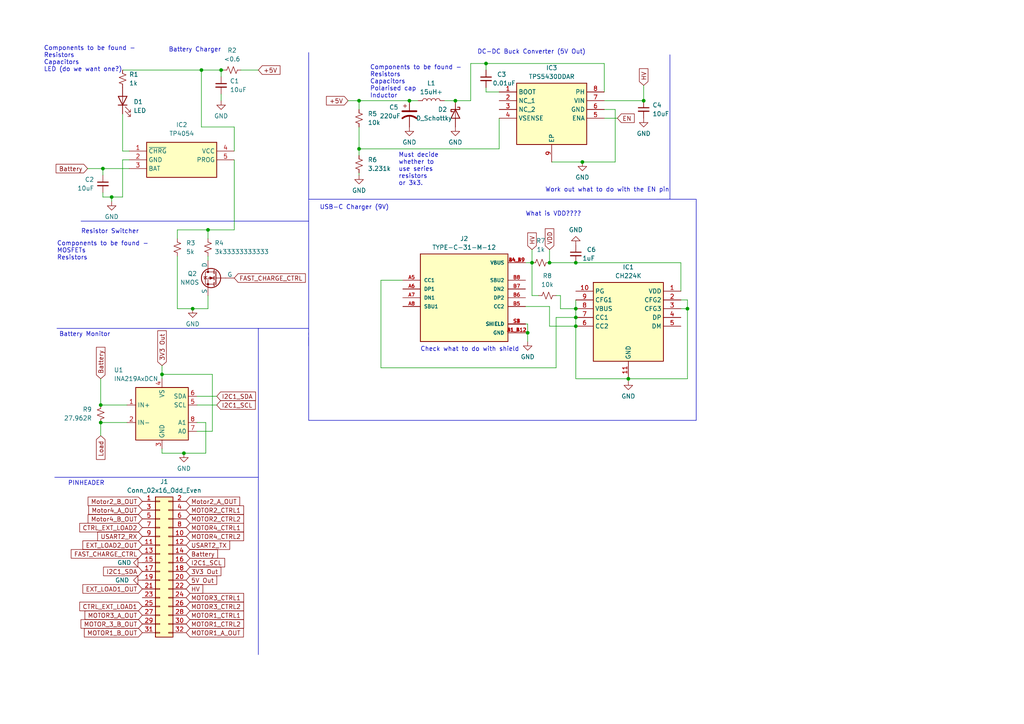
<source format=kicad_sch>
(kicad_sch (version 20230121) (generator eeschema)

  (uuid 02aac224-06fa-412e-a8c4-b38a2fff37da)

  (paper "A4")

  (lib_symbols
    (symbol "CH224K:CH224K" (in_bom yes) (on_board yes)
      (property "Reference" "IC" (at 26.67 7.62 0)
        (effects (font (size 1.27 1.27)) (justify left top))
      )
      (property "Value" "CH224K" (at 26.67 5.08 0)
        (effects (font (size 1.27 1.27)) (justify left top))
      )
      (property "Footprint" "SOP100P600X180-11N" (at 26.67 -94.92 0)
        (effects (font (size 1.27 1.27)) (justify left top) hide)
      )
      (property "Datasheet" "https://datasheet.lcsc.com/lcsc/2204251615_WCH-Jiangsu-Qin-Heng-CH224K_C970725.pdf" (at 26.67 -194.92 0)
        (effects (font (size 1.27 1.27)) (justify left top) hide)
      )
      (property "Height" "1.8" (at 26.67 -394.92 0)
        (effects (font (size 1.27 1.27)) (justify left top) hide)
      )
      (property "Manufacturer_Name" "WCH" (at 26.67 -494.92 0)
        (effects (font (size 1.27 1.27)) (justify left top) hide)
      )
      (property "Manufacturer_Part_Number" "CH224K" (at 26.67 -594.92 0)
        (effects (font (size 1.27 1.27)) (justify left top) hide)
      )
      (property "Mouser Part Number" "" (at 26.67 -694.92 0)
        (effects (font (size 1.27 1.27)) (justify left top) hide)
      )
      (property "Mouser Price/Stock" "" (at 26.67 -794.92 0)
        (effects (font (size 1.27 1.27)) (justify left top) hide)
      )
      (property "Arrow Part Number" "" (at 26.67 -894.92 0)
        (effects (font (size 1.27 1.27)) (justify left top) hide)
      )
      (property "Arrow Price/Stock" "" (at 26.67 -994.92 0)
        (effects (font (size 1.27 1.27)) (justify left top) hide)
      )
      (property "ki_description" "ESSOP-10 USB ICs ROHS" (at 0 0 0)
        (effects (font (size 1.27 1.27)) hide)
      )
      (symbol "CH224K_1_1"
        (rectangle (start 5.08 2.54) (end 25.4 -20.32)
          (stroke (width 0.254) (type default))
          (fill (type background))
        )
        (pin passive line (at 0 0 0) (length 5.08)
          (name "VDD" (effects (font (size 1.27 1.27))))
          (number "1" (effects (font (size 1.27 1.27))))
        )
        (pin passive line (at 30.48 0 180) (length 5.08)
          (name "PG" (effects (font (size 1.27 1.27))))
          (number "10" (effects (font (size 1.27 1.27))))
        )
        (pin passive line (at 15.24 -25.4 90) (length 5.08)
          (name "GND" (effects (font (size 1.27 1.27))))
          (number "11" (effects (font (size 1.27 1.27))))
        )
        (pin passive line (at 0 -2.54 0) (length 5.08)
          (name "CFG2" (effects (font (size 1.27 1.27))))
          (number "2" (effects (font (size 1.27 1.27))))
        )
        (pin passive line (at 0 -5.08 0) (length 5.08)
          (name "CFG3" (effects (font (size 1.27 1.27))))
          (number "3" (effects (font (size 1.27 1.27))))
        )
        (pin passive line (at 0 -7.62 0) (length 5.08)
          (name "DP" (effects (font (size 1.27 1.27))))
          (number "4" (effects (font (size 1.27 1.27))))
        )
        (pin passive line (at 0 -10.16 0) (length 5.08)
          (name "DM" (effects (font (size 1.27 1.27))))
          (number "5" (effects (font (size 1.27 1.27))))
        )
        (pin passive line (at 30.48 -10.16 180) (length 5.08)
          (name "CC2" (effects (font (size 1.27 1.27))))
          (number "6" (effects (font (size 1.27 1.27))))
        )
        (pin passive line (at 30.48 -7.62 180) (length 5.08)
          (name "CC1" (effects (font (size 1.27 1.27))))
          (number "7" (effects (font (size 1.27 1.27))))
        )
        (pin passive line (at 30.48 -5.08 180) (length 5.08)
          (name "VBUS" (effects (font (size 1.27 1.27))))
          (number "8" (effects (font (size 1.27 1.27))))
        )
        (pin passive line (at 30.48 -2.54 180) (length 5.08)
          (name "CFG1" (effects (font (size 1.27 1.27))))
          (number "9" (effects (font (size 1.27 1.27))))
        )
      )
    )
    (symbol "Connector_Generic:Conn_02x16_Odd_Even" (pin_names (offset 1.016) hide) (in_bom yes) (on_board yes)
      (property "Reference" "J" (at 1.27 20.32 0)
        (effects (font (size 1.27 1.27)))
      )
      (property "Value" "Conn_02x16_Odd_Even" (at 1.27 -22.86 0)
        (effects (font (size 1.27 1.27)))
      )
      (property "Footprint" "" (at 0 0 0)
        (effects (font (size 1.27 1.27)) hide)
      )
      (property "Datasheet" "~" (at 0 0 0)
        (effects (font (size 1.27 1.27)) hide)
      )
      (property "ki_keywords" "connector" (at 0 0 0)
        (effects (font (size 1.27 1.27)) hide)
      )
      (property "ki_description" "Generic connector, double row, 02x16, odd/even pin numbering scheme (row 1 odd numbers, row 2 even numbers), script generated (kicad-library-utils/schlib/autogen/connector/)" (at 0 0 0)
        (effects (font (size 1.27 1.27)) hide)
      )
      (property "ki_fp_filters" "Connector*:*_2x??_*" (at 0 0 0)
        (effects (font (size 1.27 1.27)) hide)
      )
      (symbol "Conn_02x16_Odd_Even_1_1"
        (rectangle (start -1.27 -20.193) (end 0 -20.447)
          (stroke (width 0.1524) (type default))
          (fill (type none))
        )
        (rectangle (start -1.27 -17.653) (end 0 -17.907)
          (stroke (width 0.1524) (type default))
          (fill (type none))
        )
        (rectangle (start -1.27 -15.113) (end 0 -15.367)
          (stroke (width 0.1524) (type default))
          (fill (type none))
        )
        (rectangle (start -1.27 -12.573) (end 0 -12.827)
          (stroke (width 0.1524) (type default))
          (fill (type none))
        )
        (rectangle (start -1.27 -10.033) (end 0 -10.287)
          (stroke (width 0.1524) (type default))
          (fill (type none))
        )
        (rectangle (start -1.27 -7.493) (end 0 -7.747)
          (stroke (width 0.1524) (type default))
          (fill (type none))
        )
        (rectangle (start -1.27 -4.953) (end 0 -5.207)
          (stroke (width 0.1524) (type default))
          (fill (type none))
        )
        (rectangle (start -1.27 -2.413) (end 0 -2.667)
          (stroke (width 0.1524) (type default))
          (fill (type none))
        )
        (rectangle (start -1.27 0.127) (end 0 -0.127)
          (stroke (width 0.1524) (type default))
          (fill (type none))
        )
        (rectangle (start -1.27 2.667) (end 0 2.413)
          (stroke (width 0.1524) (type default))
          (fill (type none))
        )
        (rectangle (start -1.27 5.207) (end 0 4.953)
          (stroke (width 0.1524) (type default))
          (fill (type none))
        )
        (rectangle (start -1.27 7.747) (end 0 7.493)
          (stroke (width 0.1524) (type default))
          (fill (type none))
        )
        (rectangle (start -1.27 10.287) (end 0 10.033)
          (stroke (width 0.1524) (type default))
          (fill (type none))
        )
        (rectangle (start -1.27 12.827) (end 0 12.573)
          (stroke (width 0.1524) (type default))
          (fill (type none))
        )
        (rectangle (start -1.27 15.367) (end 0 15.113)
          (stroke (width 0.1524) (type default))
          (fill (type none))
        )
        (rectangle (start -1.27 17.907) (end 0 17.653)
          (stroke (width 0.1524) (type default))
          (fill (type none))
        )
        (rectangle (start -1.27 19.05) (end 3.81 -21.59)
          (stroke (width 0.254) (type default))
          (fill (type background))
        )
        (rectangle (start 3.81 -20.193) (end 2.54 -20.447)
          (stroke (width 0.1524) (type default))
          (fill (type none))
        )
        (rectangle (start 3.81 -17.653) (end 2.54 -17.907)
          (stroke (width 0.1524) (type default))
          (fill (type none))
        )
        (rectangle (start 3.81 -15.113) (end 2.54 -15.367)
          (stroke (width 0.1524) (type default))
          (fill (type none))
        )
        (rectangle (start 3.81 -12.573) (end 2.54 -12.827)
          (stroke (width 0.1524) (type default))
          (fill (type none))
        )
        (rectangle (start 3.81 -10.033) (end 2.54 -10.287)
          (stroke (width 0.1524) (type default))
          (fill (type none))
        )
        (rectangle (start 3.81 -7.493) (end 2.54 -7.747)
          (stroke (width 0.1524) (type default))
          (fill (type none))
        )
        (rectangle (start 3.81 -4.953) (end 2.54 -5.207)
          (stroke (width 0.1524) (type default))
          (fill (type none))
        )
        (rectangle (start 3.81 -2.413) (end 2.54 -2.667)
          (stroke (width 0.1524) (type default))
          (fill (type none))
        )
        (rectangle (start 3.81 0.127) (end 2.54 -0.127)
          (stroke (width 0.1524) (type default))
          (fill (type none))
        )
        (rectangle (start 3.81 2.667) (end 2.54 2.413)
          (stroke (width 0.1524) (type default))
          (fill (type none))
        )
        (rectangle (start 3.81 5.207) (end 2.54 4.953)
          (stroke (width 0.1524) (type default))
          (fill (type none))
        )
        (rectangle (start 3.81 7.747) (end 2.54 7.493)
          (stroke (width 0.1524) (type default))
          (fill (type none))
        )
        (rectangle (start 3.81 10.287) (end 2.54 10.033)
          (stroke (width 0.1524) (type default))
          (fill (type none))
        )
        (rectangle (start 3.81 12.827) (end 2.54 12.573)
          (stroke (width 0.1524) (type default))
          (fill (type none))
        )
        (rectangle (start 3.81 15.367) (end 2.54 15.113)
          (stroke (width 0.1524) (type default))
          (fill (type none))
        )
        (rectangle (start 3.81 17.907) (end 2.54 17.653)
          (stroke (width 0.1524) (type default))
          (fill (type none))
        )
        (pin passive line (at -5.08 17.78 0) (length 3.81)
          (name "Pin_1" (effects (font (size 1.27 1.27))))
          (number "1" (effects (font (size 1.27 1.27))))
        )
        (pin passive line (at 7.62 7.62 180) (length 3.81)
          (name "Pin_10" (effects (font (size 1.27 1.27))))
          (number "10" (effects (font (size 1.27 1.27))))
        )
        (pin passive line (at -5.08 5.08 0) (length 3.81)
          (name "Pin_11" (effects (font (size 1.27 1.27))))
          (number "11" (effects (font (size 1.27 1.27))))
        )
        (pin passive line (at 7.62 5.08 180) (length 3.81)
          (name "Pin_12" (effects (font (size 1.27 1.27))))
          (number "12" (effects (font (size 1.27 1.27))))
        )
        (pin passive line (at -5.08 2.54 0) (length 3.81)
          (name "Pin_13" (effects (font (size 1.27 1.27))))
          (number "13" (effects (font (size 1.27 1.27))))
        )
        (pin passive line (at 7.62 2.54 180) (length 3.81)
          (name "Pin_14" (effects (font (size 1.27 1.27))))
          (number "14" (effects (font (size 1.27 1.27))))
        )
        (pin passive line (at -5.08 0 0) (length 3.81)
          (name "Pin_15" (effects (font (size 1.27 1.27))))
          (number "15" (effects (font (size 1.27 1.27))))
        )
        (pin passive line (at 7.62 0 180) (length 3.81)
          (name "Pin_16" (effects (font (size 1.27 1.27))))
          (number "16" (effects (font (size 1.27 1.27))))
        )
        (pin passive line (at -5.08 -2.54 0) (length 3.81)
          (name "Pin_17" (effects (font (size 1.27 1.27))))
          (number "17" (effects (font (size 1.27 1.27))))
        )
        (pin passive line (at 7.62 -2.54 180) (length 3.81)
          (name "Pin_18" (effects (font (size 1.27 1.27))))
          (number "18" (effects (font (size 1.27 1.27))))
        )
        (pin passive line (at -5.08 -5.08 0) (length 3.81)
          (name "Pin_19" (effects (font (size 1.27 1.27))))
          (number "19" (effects (font (size 1.27 1.27))))
        )
        (pin passive line (at 7.62 17.78 180) (length 3.81)
          (name "Pin_2" (effects (font (size 1.27 1.27))))
          (number "2" (effects (font (size 1.27 1.27))))
        )
        (pin passive line (at 7.62 -5.08 180) (length 3.81)
          (name "Pin_20" (effects (font (size 1.27 1.27))))
          (number "20" (effects (font (size 1.27 1.27))))
        )
        (pin passive line (at -5.08 -7.62 0) (length 3.81)
          (name "Pin_21" (effects (font (size 1.27 1.27))))
          (number "21" (effects (font (size 1.27 1.27))))
        )
        (pin passive line (at 7.62 -7.62 180) (length 3.81)
          (name "Pin_22" (effects (font (size 1.27 1.27))))
          (number "22" (effects (font (size 1.27 1.27))))
        )
        (pin passive line (at -5.08 -10.16 0) (length 3.81)
          (name "Pin_23" (effects (font (size 1.27 1.27))))
          (number "23" (effects (font (size 1.27 1.27))))
        )
        (pin passive line (at 7.62 -10.16 180) (length 3.81)
          (name "Pin_24" (effects (font (size 1.27 1.27))))
          (number "24" (effects (font (size 1.27 1.27))))
        )
        (pin passive line (at -5.08 -12.7 0) (length 3.81)
          (name "Pin_25" (effects (font (size 1.27 1.27))))
          (number "25" (effects (font (size 1.27 1.27))))
        )
        (pin passive line (at 7.62 -12.7 180) (length 3.81)
          (name "Pin_26" (effects (font (size 1.27 1.27))))
          (number "26" (effects (font (size 1.27 1.27))))
        )
        (pin passive line (at -5.08 -15.24 0) (length 3.81)
          (name "Pin_27" (effects (font (size 1.27 1.27))))
          (number "27" (effects (font (size 1.27 1.27))))
        )
        (pin passive line (at 7.62 -15.24 180) (length 3.81)
          (name "Pin_28" (effects (font (size 1.27 1.27))))
          (number "28" (effects (font (size 1.27 1.27))))
        )
        (pin passive line (at -5.08 -17.78 0) (length 3.81)
          (name "Pin_29" (effects (font (size 1.27 1.27))))
          (number "29" (effects (font (size 1.27 1.27))))
        )
        (pin passive line (at -5.08 15.24 0) (length 3.81)
          (name "Pin_3" (effects (font (size 1.27 1.27))))
          (number "3" (effects (font (size 1.27 1.27))))
        )
        (pin passive line (at 7.62 -17.78 180) (length 3.81)
          (name "Pin_30" (effects (font (size 1.27 1.27))))
          (number "30" (effects (font (size 1.27 1.27))))
        )
        (pin passive line (at -5.08 -20.32 0) (length 3.81)
          (name "Pin_31" (effects (font (size 1.27 1.27))))
          (number "31" (effects (font (size 1.27 1.27))))
        )
        (pin passive line (at 7.62 -20.32 180) (length 3.81)
          (name "Pin_32" (effects (font (size 1.27 1.27))))
          (number "32" (effects (font (size 1.27 1.27))))
        )
        (pin passive line (at 7.62 15.24 180) (length 3.81)
          (name "Pin_4" (effects (font (size 1.27 1.27))))
          (number "4" (effects (font (size 1.27 1.27))))
        )
        (pin passive line (at -5.08 12.7 0) (length 3.81)
          (name "Pin_5" (effects (font (size 1.27 1.27))))
          (number "5" (effects (font (size 1.27 1.27))))
        )
        (pin passive line (at 7.62 12.7 180) (length 3.81)
          (name "Pin_6" (effects (font (size 1.27 1.27))))
          (number "6" (effects (font (size 1.27 1.27))))
        )
        (pin passive line (at -5.08 10.16 0) (length 3.81)
          (name "Pin_7" (effects (font (size 1.27 1.27))))
          (number "7" (effects (font (size 1.27 1.27))))
        )
        (pin passive line (at 7.62 10.16 180) (length 3.81)
          (name "Pin_8" (effects (font (size 1.27 1.27))))
          (number "8" (effects (font (size 1.27 1.27))))
        )
        (pin passive line (at -5.08 7.62 0) (length 3.81)
          (name "Pin_9" (effects (font (size 1.27 1.27))))
          (number "9" (effects (font (size 1.27 1.27))))
        )
      )
    )
    (symbol "Device:C_Polarized_US" (pin_numbers hide) (pin_names (offset 0.254) hide) (in_bom yes) (on_board yes)
      (property "Reference" "C" (at 0.635 2.54 0)
        (effects (font (size 1.27 1.27)) (justify left))
      )
      (property "Value" "C_Polarized_US" (at 0.635 -2.54 0)
        (effects (font (size 1.27 1.27)) (justify left))
      )
      (property "Footprint" "" (at 0 0 0)
        (effects (font (size 1.27 1.27)) hide)
      )
      (property "Datasheet" "~" (at 0 0 0)
        (effects (font (size 1.27 1.27)) hide)
      )
      (property "ki_keywords" "cap capacitor" (at 0 0 0)
        (effects (font (size 1.27 1.27)) hide)
      )
      (property "ki_description" "Polarized capacitor, US symbol" (at 0 0 0)
        (effects (font (size 1.27 1.27)) hide)
      )
      (property "ki_fp_filters" "CP_*" (at 0 0 0)
        (effects (font (size 1.27 1.27)) hide)
      )
      (symbol "C_Polarized_US_0_1"
        (polyline
          (pts
            (xy -2.032 0.762)
            (xy 2.032 0.762)
          )
          (stroke (width 0.508) (type default))
          (fill (type none))
        )
        (polyline
          (pts
            (xy -1.778 2.286)
            (xy -0.762 2.286)
          )
          (stroke (width 0) (type default))
          (fill (type none))
        )
        (polyline
          (pts
            (xy -1.27 1.778)
            (xy -1.27 2.794)
          )
          (stroke (width 0) (type default))
          (fill (type none))
        )
        (arc (start 2.032 -1.27) (mid 0 -0.5572) (end -2.032 -1.27)
          (stroke (width 0.508) (type default))
          (fill (type none))
        )
      )
      (symbol "C_Polarized_US_1_1"
        (pin passive line (at 0 3.81 270) (length 2.794)
          (name "~" (effects (font (size 1.27 1.27))))
          (number "1" (effects (font (size 1.27 1.27))))
        )
        (pin passive line (at 0 -3.81 90) (length 3.302)
          (name "~" (effects (font (size 1.27 1.27))))
          (number "2" (effects (font (size 1.27 1.27))))
        )
      )
    )
    (symbol "Device:C_Small" (pin_numbers hide) (pin_names (offset 0.254) hide) (in_bom yes) (on_board yes)
      (property "Reference" "C" (at 0.254 1.778 0)
        (effects (font (size 1.27 1.27)) (justify left))
      )
      (property "Value" "C_Small" (at 0.254 -2.032 0)
        (effects (font (size 1.27 1.27)) (justify left))
      )
      (property "Footprint" "" (at 0 0 0)
        (effects (font (size 1.27 1.27)) hide)
      )
      (property "Datasheet" "~" (at 0 0 0)
        (effects (font (size 1.27 1.27)) hide)
      )
      (property "ki_keywords" "capacitor cap" (at 0 0 0)
        (effects (font (size 1.27 1.27)) hide)
      )
      (property "ki_description" "Unpolarized capacitor, small symbol" (at 0 0 0)
        (effects (font (size 1.27 1.27)) hide)
      )
      (property "ki_fp_filters" "C_*" (at 0 0 0)
        (effects (font (size 1.27 1.27)) hide)
      )
      (symbol "C_Small_0_1"
        (polyline
          (pts
            (xy -1.524 -0.508)
            (xy 1.524 -0.508)
          )
          (stroke (width 0.3302) (type default))
          (fill (type none))
        )
        (polyline
          (pts
            (xy -1.524 0.508)
            (xy 1.524 0.508)
          )
          (stroke (width 0.3048) (type default))
          (fill (type none))
        )
      )
      (symbol "C_Small_1_1"
        (pin passive line (at 0 2.54 270) (length 2.032)
          (name "~" (effects (font (size 1.27 1.27))))
          (number "1" (effects (font (size 1.27 1.27))))
        )
        (pin passive line (at 0 -2.54 90) (length 2.032)
          (name "~" (effects (font (size 1.27 1.27))))
          (number "2" (effects (font (size 1.27 1.27))))
        )
      )
    )
    (symbol "Device:D_Schottky" (pin_numbers hide) (pin_names (offset 1.016) hide) (in_bom yes) (on_board yes)
      (property "Reference" "D" (at 0 2.54 0)
        (effects (font (size 1.27 1.27)))
      )
      (property "Value" "D_Schottky" (at 0 -2.54 0)
        (effects (font (size 1.27 1.27)))
      )
      (property "Footprint" "" (at 0 0 0)
        (effects (font (size 1.27 1.27)) hide)
      )
      (property "Datasheet" "~" (at 0 0 0)
        (effects (font (size 1.27 1.27)) hide)
      )
      (property "ki_keywords" "diode Schottky" (at 0 0 0)
        (effects (font (size 1.27 1.27)) hide)
      )
      (property "ki_description" "Schottky diode" (at 0 0 0)
        (effects (font (size 1.27 1.27)) hide)
      )
      (property "ki_fp_filters" "TO-???* *_Diode_* *SingleDiode* D_*" (at 0 0 0)
        (effects (font (size 1.27 1.27)) hide)
      )
      (symbol "D_Schottky_0_1"
        (polyline
          (pts
            (xy 1.27 0)
            (xy -1.27 0)
          )
          (stroke (width 0) (type default))
          (fill (type none))
        )
        (polyline
          (pts
            (xy 1.27 1.27)
            (xy 1.27 -1.27)
            (xy -1.27 0)
            (xy 1.27 1.27)
          )
          (stroke (width 0.254) (type default))
          (fill (type none))
        )
        (polyline
          (pts
            (xy -1.905 0.635)
            (xy -1.905 1.27)
            (xy -1.27 1.27)
            (xy -1.27 -1.27)
            (xy -0.635 -1.27)
            (xy -0.635 -0.635)
          )
          (stroke (width 0.254) (type default))
          (fill (type none))
        )
      )
      (symbol "D_Schottky_1_1"
        (pin passive line (at -3.81 0 0) (length 2.54)
          (name "K" (effects (font (size 1.27 1.27))))
          (number "1" (effects (font (size 1.27 1.27))))
        )
        (pin passive line (at 3.81 0 180) (length 2.54)
          (name "A" (effects (font (size 1.27 1.27))))
          (number "2" (effects (font (size 1.27 1.27))))
        )
      )
    )
    (symbol "Device:L" (pin_numbers hide) (pin_names (offset 1.016) hide) (in_bom yes) (on_board yes)
      (property "Reference" "L" (at -1.27 0 90)
        (effects (font (size 1.27 1.27)))
      )
      (property "Value" "L" (at 1.905 0 90)
        (effects (font (size 1.27 1.27)))
      )
      (property "Footprint" "" (at 0 0 0)
        (effects (font (size 1.27 1.27)) hide)
      )
      (property "Datasheet" "~" (at 0 0 0)
        (effects (font (size 1.27 1.27)) hide)
      )
      (property "ki_keywords" "inductor choke coil reactor magnetic" (at 0 0 0)
        (effects (font (size 1.27 1.27)) hide)
      )
      (property "ki_description" "Inductor" (at 0 0 0)
        (effects (font (size 1.27 1.27)) hide)
      )
      (property "ki_fp_filters" "Choke_* *Coil* Inductor_* L_*" (at 0 0 0)
        (effects (font (size 1.27 1.27)) hide)
      )
      (symbol "L_0_1"
        (arc (start 0 -2.54) (mid 0.6323 -1.905) (end 0 -1.27)
          (stroke (width 0) (type default))
          (fill (type none))
        )
        (arc (start 0 -1.27) (mid 0.6323 -0.635) (end 0 0)
          (stroke (width 0) (type default))
          (fill (type none))
        )
        (arc (start 0 0) (mid 0.6323 0.635) (end 0 1.27)
          (stroke (width 0) (type default))
          (fill (type none))
        )
        (arc (start 0 1.27) (mid 0.6323 1.905) (end 0 2.54)
          (stroke (width 0) (type default))
          (fill (type none))
        )
      )
      (symbol "L_1_1"
        (pin passive line (at 0 3.81 270) (length 1.27)
          (name "1" (effects (font (size 1.27 1.27))))
          (number "1" (effects (font (size 1.27 1.27))))
        )
        (pin passive line (at 0 -3.81 90) (length 1.27)
          (name "2" (effects (font (size 1.27 1.27))))
          (number "2" (effects (font (size 1.27 1.27))))
        )
      )
    )
    (symbol "Device:LED" (pin_numbers hide) (pin_names (offset 1.016) hide) (in_bom yes) (on_board yes)
      (property "Reference" "D" (at 0 2.54 0)
        (effects (font (size 1.27 1.27)))
      )
      (property "Value" "LED" (at 0 -2.54 0)
        (effects (font (size 1.27 1.27)))
      )
      (property "Footprint" "" (at 0 0 0)
        (effects (font (size 1.27 1.27)) hide)
      )
      (property "Datasheet" "~" (at 0 0 0)
        (effects (font (size 1.27 1.27)) hide)
      )
      (property "ki_keywords" "LED diode" (at 0 0 0)
        (effects (font (size 1.27 1.27)) hide)
      )
      (property "ki_description" "Light emitting diode" (at 0 0 0)
        (effects (font (size 1.27 1.27)) hide)
      )
      (property "ki_fp_filters" "LED* LED_SMD:* LED_THT:*" (at 0 0 0)
        (effects (font (size 1.27 1.27)) hide)
      )
      (symbol "LED_0_1"
        (polyline
          (pts
            (xy -1.27 -1.27)
            (xy -1.27 1.27)
          )
          (stroke (width 0.254) (type default))
          (fill (type none))
        )
        (polyline
          (pts
            (xy -1.27 0)
            (xy 1.27 0)
          )
          (stroke (width 0) (type default))
          (fill (type none))
        )
        (polyline
          (pts
            (xy 1.27 -1.27)
            (xy 1.27 1.27)
            (xy -1.27 0)
            (xy 1.27 -1.27)
          )
          (stroke (width 0.254) (type default))
          (fill (type none))
        )
        (polyline
          (pts
            (xy -3.048 -0.762)
            (xy -4.572 -2.286)
            (xy -3.81 -2.286)
            (xy -4.572 -2.286)
            (xy -4.572 -1.524)
          )
          (stroke (width 0) (type default))
          (fill (type none))
        )
        (polyline
          (pts
            (xy -1.778 -0.762)
            (xy -3.302 -2.286)
            (xy -2.54 -2.286)
            (xy -3.302 -2.286)
            (xy -3.302 -1.524)
          )
          (stroke (width 0) (type default))
          (fill (type none))
        )
      )
      (symbol "LED_1_1"
        (pin passive line (at -3.81 0 0) (length 2.54)
          (name "K" (effects (font (size 1.27 1.27))))
          (number "1" (effects (font (size 1.27 1.27))))
        )
        (pin passive line (at 3.81 0 180) (length 2.54)
          (name "A" (effects (font (size 1.27 1.27))))
          (number "2" (effects (font (size 1.27 1.27))))
        )
      )
    )
    (symbol "Device:R_Small_US" (pin_numbers hide) (pin_names (offset 0.254) hide) (in_bom yes) (on_board yes)
      (property "Reference" "R" (at 0.762 0.508 0)
        (effects (font (size 1.27 1.27)) (justify left))
      )
      (property "Value" "R_Small_US" (at 0.762 -1.016 0)
        (effects (font (size 1.27 1.27)) (justify left))
      )
      (property "Footprint" "" (at 0 0 0)
        (effects (font (size 1.27 1.27)) hide)
      )
      (property "Datasheet" "~" (at 0 0 0)
        (effects (font (size 1.27 1.27)) hide)
      )
      (property "ki_keywords" "r resistor" (at 0 0 0)
        (effects (font (size 1.27 1.27)) hide)
      )
      (property "ki_description" "Resistor, small US symbol" (at 0 0 0)
        (effects (font (size 1.27 1.27)) hide)
      )
      (property "ki_fp_filters" "R_*" (at 0 0 0)
        (effects (font (size 1.27 1.27)) hide)
      )
      (symbol "R_Small_US_1_1"
        (polyline
          (pts
            (xy 0 0)
            (xy 1.016 -0.381)
            (xy 0 -0.762)
            (xy -1.016 -1.143)
            (xy 0 -1.524)
          )
          (stroke (width 0) (type default))
          (fill (type none))
        )
        (polyline
          (pts
            (xy 0 1.524)
            (xy 1.016 1.143)
            (xy 0 0.762)
            (xy -1.016 0.381)
            (xy 0 0)
          )
          (stroke (width 0) (type default))
          (fill (type none))
        )
        (pin passive line (at 0 2.54 270) (length 1.016)
          (name "~" (effects (font (size 1.27 1.27))))
          (number "1" (effects (font (size 1.27 1.27))))
        )
        (pin passive line (at 0 -2.54 90) (length 1.016)
          (name "~" (effects (font (size 1.27 1.27))))
          (number "2" (effects (font (size 1.27 1.27))))
        )
      )
    )
    (symbol "Sensor_Energy:INA219AxDCN" (in_bom yes) (on_board yes)
      (property "Reference" "U" (at -6.35 8.89 0)
        (effects (font (size 1.27 1.27)))
      )
      (property "Value" "INA219AxDCN" (at 6.35 8.89 0)
        (effects (font (size 1.27 1.27)))
      )
      (property "Footprint" "Package_TO_SOT_SMD:SOT-23-8" (at 16.51 -8.89 0)
        (effects (font (size 1.27 1.27)) hide)
      )
      (property "Datasheet" "http://www.ti.com/lit/ds/symlink/ina219.pdf" (at 8.89 -2.54 0)
        (effects (font (size 1.27 1.27)) hide)
      )
      (property "ki_keywords" "ADC I2C 16-Bit Oversampling Current Shunt" (at 0 0 0)
        (effects (font (size 1.27 1.27)) hide)
      )
      (property "ki_description" "Zero-Drift, Bidirectional Current/Power Monitor (0-26V) With I2C Interface, SOT-23-8" (at 0 0 0)
        (effects (font (size 1.27 1.27)) hide)
      )
      (property "ki_fp_filters" "SOT?23*" (at 0 0 0)
        (effects (font (size 1.27 1.27)) hide)
      )
      (symbol "INA219AxDCN_0_1"
        (rectangle (start -7.62 7.62) (end 7.62 -7.62)
          (stroke (width 0.254) (type default))
          (fill (type background))
        )
      )
      (symbol "INA219AxDCN_1_1"
        (pin input line (at -10.16 2.54 0) (length 2.54)
          (name "IN+" (effects (font (size 1.27 1.27))))
          (number "1" (effects (font (size 1.27 1.27))))
        )
        (pin input line (at -10.16 -2.54 0) (length 2.54)
          (name "IN-" (effects (font (size 1.27 1.27))))
          (number "2" (effects (font (size 1.27 1.27))))
        )
        (pin power_in line (at 0 -10.16 90) (length 2.54)
          (name "GND" (effects (font (size 1.27 1.27))))
          (number "3" (effects (font (size 1.27 1.27))))
        )
        (pin power_in line (at 0 10.16 270) (length 2.54)
          (name "VS" (effects (font (size 1.27 1.27))))
          (number "4" (effects (font (size 1.27 1.27))))
        )
        (pin input line (at 10.16 2.54 180) (length 2.54)
          (name "SCL" (effects (font (size 1.27 1.27))))
          (number "5" (effects (font (size 1.27 1.27))))
        )
        (pin bidirectional line (at 10.16 5.08 180) (length 2.54)
          (name "SDA" (effects (font (size 1.27 1.27))))
          (number "6" (effects (font (size 1.27 1.27))))
        )
        (pin input line (at 10.16 -5.08 180) (length 2.54)
          (name "A0" (effects (font (size 1.27 1.27))))
          (number "7" (effects (font (size 1.27 1.27))))
        )
        (pin input line (at 10.16 -2.54 180) (length 2.54)
          (name "A1" (effects (font (size 1.27 1.27))))
          (number "8" (effects (font (size 1.27 1.27))))
        )
      )
    )
    (symbol "Simulation_SPICE:NMOS" (pin_numbers hide) (pin_names (offset 0)) (in_bom yes) (on_board yes)
      (property "Reference" "Q" (at 5.08 1.27 0)
        (effects (font (size 1.27 1.27)) (justify left))
      )
      (property "Value" "NMOS" (at 5.08 -1.27 0)
        (effects (font (size 1.27 1.27)) (justify left))
      )
      (property "Footprint" "" (at 5.08 2.54 0)
        (effects (font (size 1.27 1.27)) hide)
      )
      (property "Datasheet" "https://ngspice.sourceforge.io/docs/ngspice-html-manual/manual.xhtml#cha_MOSFETs" (at 0 -12.7 0)
        (effects (font (size 1.27 1.27)) hide)
      )
      (property "Sim.Device" "NMOS" (at 0 -17.145 0)
        (effects (font (size 1.27 1.27)) hide)
      )
      (property "Sim.Type" "VDMOS" (at 0 -19.05 0)
        (effects (font (size 1.27 1.27)) hide)
      )
      (property "Sim.Pins" "1=D 2=G 3=S" (at 0 -15.24 0)
        (effects (font (size 1.27 1.27)) hide)
      )
      (property "ki_keywords" "transistor NMOS N-MOS N-MOSFET simulation" (at 0 0 0)
        (effects (font (size 1.27 1.27)) hide)
      )
      (property "ki_description" "N-MOSFET transistor, drain/source/gate" (at 0 0 0)
        (effects (font (size 1.27 1.27)) hide)
      )
      (symbol "NMOS_0_1"
        (polyline
          (pts
            (xy 0.254 0)
            (xy -2.54 0)
          )
          (stroke (width 0) (type default))
          (fill (type none))
        )
        (polyline
          (pts
            (xy 0.254 1.905)
            (xy 0.254 -1.905)
          )
          (stroke (width 0.254) (type default))
          (fill (type none))
        )
        (polyline
          (pts
            (xy 0.762 -1.27)
            (xy 0.762 -2.286)
          )
          (stroke (width 0.254) (type default))
          (fill (type none))
        )
        (polyline
          (pts
            (xy 0.762 0.508)
            (xy 0.762 -0.508)
          )
          (stroke (width 0.254) (type default))
          (fill (type none))
        )
        (polyline
          (pts
            (xy 0.762 2.286)
            (xy 0.762 1.27)
          )
          (stroke (width 0.254) (type default))
          (fill (type none))
        )
        (polyline
          (pts
            (xy 2.54 2.54)
            (xy 2.54 1.778)
          )
          (stroke (width 0) (type default))
          (fill (type none))
        )
        (polyline
          (pts
            (xy 2.54 -2.54)
            (xy 2.54 0)
            (xy 0.762 0)
          )
          (stroke (width 0) (type default))
          (fill (type none))
        )
        (polyline
          (pts
            (xy 0.762 -1.778)
            (xy 3.302 -1.778)
            (xy 3.302 1.778)
            (xy 0.762 1.778)
          )
          (stroke (width 0) (type default))
          (fill (type none))
        )
        (polyline
          (pts
            (xy 1.016 0)
            (xy 2.032 0.381)
            (xy 2.032 -0.381)
            (xy 1.016 0)
          )
          (stroke (width 0) (type default))
          (fill (type outline))
        )
        (polyline
          (pts
            (xy 2.794 0.508)
            (xy 2.921 0.381)
            (xy 3.683 0.381)
            (xy 3.81 0.254)
          )
          (stroke (width 0) (type default))
          (fill (type none))
        )
        (polyline
          (pts
            (xy 3.302 0.381)
            (xy 2.921 -0.254)
            (xy 3.683 -0.254)
            (xy 3.302 0.381)
          )
          (stroke (width 0) (type default))
          (fill (type none))
        )
        (circle (center 1.651 0) (radius 2.794)
          (stroke (width 0.254) (type default))
          (fill (type none))
        )
        (circle (center 2.54 -1.778) (radius 0.254)
          (stroke (width 0) (type default))
          (fill (type outline))
        )
        (circle (center 2.54 1.778) (radius 0.254)
          (stroke (width 0) (type default))
          (fill (type outline))
        )
      )
      (symbol "NMOS_1_1"
        (pin passive line (at 2.54 5.08 270) (length 2.54)
          (name "D" (effects (font (size 1.27 1.27))))
          (number "1" (effects (font (size 1.27 1.27))))
        )
        (pin input line (at -5.08 0 0) (length 2.54)
          (name "G" (effects (font (size 1.27 1.27))))
          (number "2" (effects (font (size 1.27 1.27))))
        )
        (pin passive line (at 2.54 -5.08 90) (length 2.54)
          (name "S" (effects (font (size 1.27 1.27))))
          (number "3" (effects (font (size 1.27 1.27))))
        )
      )
    )
    (symbol "TP4054:TP4054" (in_bom yes) (on_board yes)
      (property "Reference" "IC" (at 26.67 7.62 0)
        (effects (font (size 1.27 1.27)) (justify left top))
      )
      (property "Value" "TP4054" (at 26.67 5.08 0)
        (effects (font (size 1.27 1.27)) (justify left top))
      )
      (property "Footprint" "SOT95P280X100-5N" (at 26.67 -94.92 0)
        (effects (font (size 1.27 1.27)) (justify left top) hide)
      )
      (property "Datasheet" "https://datasheetspdf.com/pdf/1090540/NanJingTopPower/TP4054/1" (at 26.67 -194.92 0)
        (effects (font (size 1.27 1.27)) (justify left top) hide)
      )
      (property "Height" "1" (at 26.67 -394.92 0)
        (effects (font (size 1.27 1.27)) (justify left top) hide)
      )
      (property "Manufacturer_Name" "NanJing Top Power" (at 26.67 -494.92 0)
        (effects (font (size 1.27 1.27)) (justify left top) hide)
      )
      (property "Manufacturer_Part_Number" "TP4054" (at 26.67 -594.92 0)
        (effects (font (size 1.27 1.27)) (justify left top) hide)
      )
      (property "Mouser Part Number" "" (at 26.67 -694.92 0)
        (effects (font (size 1.27 1.27)) (justify left top) hide)
      )
      (property "Mouser Price/Stock" "" (at 26.67 -794.92 0)
        (effects (font (size 1.27 1.27)) (justify left top) hide)
      )
      (property "Arrow Part Number" "" (at 26.67 -894.92 0)
        (effects (font (size 1.27 1.27)) (justify left top) hide)
      )
      (property "Arrow Price/Stock" "" (at 26.67 -994.92 0)
        (effects (font (size 1.27 1.27)) (justify left top) hide)
      )
      (property "ki_description" "Standalone Linear Li-lon Battery Charger with Thermal Regulation in SOT-23-5" (at 0 0 0)
        (effects (font (size 1.27 1.27)) hide)
      )
      (symbol "TP4054_1_1"
        (rectangle (start 5.08 2.54) (end 25.4 -7.62)
          (stroke (width 0.254) (type default))
          (fill (type background))
        )
        (pin passive line (at 0 0 0) (length 5.08)
          (name "~{CHRG}" (effects (font (size 1.27 1.27))))
          (number "1" (effects (font (size 1.27 1.27))))
        )
        (pin passive line (at 0 -2.54 0) (length 5.08)
          (name "GND" (effects (font (size 1.27 1.27))))
          (number "2" (effects (font (size 1.27 1.27))))
        )
        (pin passive line (at 0 -5.08 0) (length 5.08)
          (name "BAT" (effects (font (size 1.27 1.27))))
          (number "3" (effects (font (size 1.27 1.27))))
        )
        (pin passive line (at 30.48 0 180) (length 5.08)
          (name "VCC" (effects (font (size 1.27 1.27))))
          (number "4" (effects (font (size 1.27 1.27))))
        )
        (pin passive line (at 30.48 -2.54 180) (length 5.08)
          (name "PROG" (effects (font (size 1.27 1.27))))
          (number "5" (effects (font (size 1.27 1.27))))
        )
      )
    )
    (symbol "TPS5430DDAR:TPS5430DDAR" (in_bom yes) (on_board yes)
      (property "Reference" "IC" (at 26.67 7.62 0)
        (effects (font (size 1.27 1.27)) (justify left top))
      )
      (property "Value" "TPS5430DDAR" (at 26.67 5.08 0)
        (effects (font (size 1.27 1.27)) (justify left top))
      )
      (property "Footprint" "SOIC127P600X170-9N" (at 26.67 -94.92 0)
        (effects (font (size 1.27 1.27)) (justify left top) hide)
      )
      (property "Datasheet" "http://www.ti.com/lit/gpn/tps5430" (at 26.67 -194.92 0)
        (effects (font (size 1.27 1.27)) (justify left top) hide)
      )
      (property "Height" "1.7" (at 26.67 -394.92 0)
        (effects (font (size 1.27 1.27)) (justify left top) hide)
      )
      (property "Manufacturer_Name" "Texas Instruments" (at 26.67 -494.92 0)
        (effects (font (size 1.27 1.27)) (justify left top) hide)
      )
      (property "Manufacturer_Part_Number" "TPS5430DDAR" (at 26.67 -594.92 0)
        (effects (font (size 1.27 1.27)) (justify left top) hide)
      )
      (property "Mouser Part Number" "595-TPS5430DDAR" (at 26.67 -694.92 0)
        (effects (font (size 1.27 1.27)) (justify left top) hide)
      )
      (property "Mouser Price/Stock" "https://www.mouser.co.uk/ProductDetail/Texas-Instruments/TPS5430DDAR?qs=zwk82MlA57ZJdOTovH1aYA%3D%3D" (at 26.67 -794.92 0)
        (effects (font (size 1.27 1.27)) (justify left top) hide)
      )
      (property "Arrow Part Number" "TPS5430DDAR" (at 26.67 -894.92 0)
        (effects (font (size 1.27 1.27)) (justify left top) hide)
      )
      (property "Arrow Price/Stock" "https://www.arrow.com/en/products/tps5430ddar/texas-instruments?region=nac" (at 26.67 -994.92 0)
        (effects (font (size 1.27 1.27)) (justify left top) hide)
      )
      (property "ki_description" "Texas Instruments, TPS5430DDAR Step-Down Switching Regulator 3A Adjustable, 1.22  31 V, 8-Pin SOIC" (at 0 0 0)
        (effects (font (size 1.27 1.27)) hide)
      )
      (symbol "TPS5430DDAR_1_1"
        (rectangle (start 5.08 2.54) (end 25.4 -15.24)
          (stroke (width 0.254) (type default))
          (fill (type background))
        )
        (pin passive line (at 0 0 0) (length 5.08)
          (name "BOOT" (effects (font (size 1.27 1.27))))
          (number "1" (effects (font (size 1.27 1.27))))
        )
        (pin passive line (at 0 -2.54 0) (length 5.08)
          (name "NC_1" (effects (font (size 1.27 1.27))))
          (number "2" (effects (font (size 1.27 1.27))))
        )
        (pin passive line (at 0 -5.08 0) (length 5.08)
          (name "NC_2" (effects (font (size 1.27 1.27))))
          (number "3" (effects (font (size 1.27 1.27))))
        )
        (pin passive line (at 0 -7.62 0) (length 5.08)
          (name "VSENSE" (effects (font (size 1.27 1.27))))
          (number "4" (effects (font (size 1.27 1.27))))
        )
        (pin passive line (at 30.48 -7.62 180) (length 5.08)
          (name "ENA" (effects (font (size 1.27 1.27))))
          (number "5" (effects (font (size 1.27 1.27))))
        )
        (pin passive line (at 30.48 -5.08 180) (length 5.08)
          (name "GND" (effects (font (size 1.27 1.27))))
          (number "6" (effects (font (size 1.27 1.27))))
        )
        (pin passive line (at 30.48 -2.54 180) (length 5.08)
          (name "VIN" (effects (font (size 1.27 1.27))))
          (number "7" (effects (font (size 1.27 1.27))))
        )
        (pin passive line (at 30.48 0 180) (length 5.08)
          (name "PH" (effects (font (size 1.27 1.27))))
          (number "8" (effects (font (size 1.27 1.27))))
        )
        (pin passive line (at 15.24 -20.32 90) (length 5.08)
          (name "EP" (effects (font (size 1.27 1.27))))
          (number "9" (effects (font (size 1.27 1.27))))
        )
      )
    )
    (symbol "TYPE-C-31-M-12:TYPE-C-31-M-12" (pin_names (offset 1.016)) (in_bom yes) (on_board yes)
      (property "Reference" "J" (at -12.7 13.462 0)
        (effects (font (size 1.27 1.27)) (justify left bottom))
      )
      (property "Value" "TYPE-C-31-M-12" (at -12.7 -13.462 0)
        (effects (font (size 1.27 1.27)) (justify left top))
      )
      (property "Footprint" "TYPE-C-31-M-12:HRO_TYPE-C-31-M-12" (at 0 0 0)
        (effects (font (size 1.27 1.27)) (justify bottom) hide)
      )
      (property "Datasheet" "" (at 0 0 0)
        (effects (font (size 1.27 1.27)) hide)
      )
      (property "MF" "HRO Electronics Co., Ltd." (at 0 0 0)
        (effects (font (size 1.27 1.27)) (justify bottom) hide)
      )
      (property "MAXIMUM_PACKAGE_HEIGHT" "3.26 mm" (at 0 0 0)
        (effects (font (size 1.27 1.27)) (justify bottom) hide)
      )
      (property "Package" "Package" (at 0 0 0)
        (effects (font (size 1.27 1.27)) (justify bottom) hide)
      )
      (property "Price" "None" (at 0 0 0)
        (effects (font (size 1.27 1.27)) (justify bottom) hide)
      )
      (property "Check_prices" "https://www.snapeda.com/parts/TYPE-C-31-M-12/HRO+Electronics+Co.%252C+Ltd./view-part/?ref=eda" (at 0 0 0)
        (effects (font (size 1.27 1.27)) (justify bottom) hide)
      )
      (property "STANDARD" "Manufacturer Recommendations" (at 0 0 0)
        (effects (font (size 1.27 1.27)) (justify bottom) hide)
      )
      (property "PARTREV" "2020.12.08" (at 0 0 0)
        (effects (font (size 1.27 1.27)) (justify bottom) hide)
      )
      (property "SnapEDA_Link" "https://www.snapeda.com/parts/TYPE-C-31-M-12/HRO+Electronics+Co.%252C+Ltd./view-part/?ref=snap" (at 0 0 0)
        (effects (font (size 1.27 1.27)) (justify bottom) hide)
      )
      (property "MP" "TYPE-C-31-M-12" (at 0 0 0)
        (effects (font (size 1.27 1.27)) (justify bottom) hide)
      )
      (property "Description" "\n                        \n                            USB Connectors 24 Receptacle 1 8.94*7.3mm RoHS\n                        \n" (at 0 0 0)
        (effects (font (size 1.27 1.27)) (justify bottom) hide)
      )
      (property "SNAPEDA_PN" "TYPE-C-31-M-12" (at 0 0 0)
        (effects (font (size 1.27 1.27)) (justify bottom) hide)
      )
      (property "Availability" "Not in stock" (at 0 0 0)
        (effects (font (size 1.27 1.27)) (justify bottom) hide)
      )
      (property "MANUFACTURER" "HRO Electronics Co., Ltd." (at 0 0 0)
        (effects (font (size 1.27 1.27)) (justify bottom) hide)
      )
      (symbol "TYPE-C-31-M-12_0_0"
        (rectangle (start -12.7 -12.7) (end 12.7 12.7)
          (stroke (width 0.254) (type default))
          (fill (type background))
        )
        (pin power_in line (at 17.78 -10.16 180) (length 5.08)
          (name "GND" (effects (font (size 1.016 1.016))))
          (number "A1_B12" (effects (font (size 1.016 1.016))))
        )
        (pin power_in line (at 17.78 10.16 180) (length 5.08)
          (name "VBUS" (effects (font (size 1.016 1.016))))
          (number "A4_B9" (effects (font (size 1.016 1.016))))
        )
        (pin bidirectional line (at -17.78 5.08 0) (length 5.08)
          (name "CC1" (effects (font (size 1.016 1.016))))
          (number "A5" (effects (font (size 1.016 1.016))))
        )
        (pin bidirectional line (at -17.78 2.54 0) (length 5.08)
          (name "DP1" (effects (font (size 1.016 1.016))))
          (number "A6" (effects (font (size 1.016 1.016))))
        )
        (pin bidirectional line (at -17.78 0 0) (length 5.08)
          (name "DN1" (effects (font (size 1.016 1.016))))
          (number "A7" (effects (font (size 1.016 1.016))))
        )
        (pin bidirectional line (at -17.78 -2.54 0) (length 5.08)
          (name "SBU1" (effects (font (size 1.016 1.016))))
          (number "A8" (effects (font (size 1.016 1.016))))
        )
        (pin power_in line (at 17.78 -10.16 180) (length 5.08)
          (name "GND" (effects (font (size 1.016 1.016))))
          (number "B1_A12" (effects (font (size 1.016 1.016))))
        )
        (pin power_in line (at 17.78 10.16 180) (length 5.08)
          (name "VBUS" (effects (font (size 1.016 1.016))))
          (number "B4_A9" (effects (font (size 1.016 1.016))))
        )
        (pin bidirectional line (at 17.78 -2.54 180) (length 5.08)
          (name "CC2" (effects (font (size 1.016 1.016))))
          (number "B5" (effects (font (size 1.016 1.016))))
        )
        (pin bidirectional line (at 17.78 0 180) (length 5.08)
          (name "DP2" (effects (font (size 1.016 1.016))))
          (number "B6" (effects (font (size 1.016 1.016))))
        )
        (pin bidirectional line (at 17.78 2.54 180) (length 5.08)
          (name "DN2" (effects (font (size 1.016 1.016))))
          (number "B7" (effects (font (size 1.016 1.016))))
        )
        (pin bidirectional line (at 17.78 5.08 180) (length 5.08)
          (name "SBU2" (effects (font (size 1.016 1.016))))
          (number "B8" (effects (font (size 1.016 1.016))))
        )
        (pin passive line (at 17.78 -7.62 180) (length 5.08)
          (name "SHIELD" (effects (font (size 1.016 1.016))))
          (number "S1" (effects (font (size 1.016 1.016))))
        )
        (pin passive line (at 17.78 -7.62 180) (length 5.08)
          (name "SHIELD" (effects (font (size 1.016 1.016))))
          (number "S2" (effects (font (size 1.016 1.016))))
        )
        (pin passive line (at 17.78 -7.62 180) (length 5.08)
          (name "SHIELD" (effects (font (size 1.016 1.016))))
          (number "S3" (effects (font (size 1.016 1.016))))
        )
        (pin passive line (at 17.78 -7.62 180) (length 5.08)
          (name "SHIELD" (effects (font (size 1.016 1.016))))
          (number "S4" (effects (font (size 1.016 1.016))))
        )
      )
    )
    (symbol "power:GND" (power) (pin_names (offset 0)) (in_bom yes) (on_board yes)
      (property "Reference" "#PWR" (at 0 -6.35 0)
        (effects (font (size 1.27 1.27)) hide)
      )
      (property "Value" "GND" (at 0 -3.81 0)
        (effects (font (size 1.27 1.27)))
      )
      (property "Footprint" "" (at 0 0 0)
        (effects (font (size 1.27 1.27)) hide)
      )
      (property "Datasheet" "" (at 0 0 0)
        (effects (font (size 1.27 1.27)) hide)
      )
      (property "ki_keywords" "global power" (at 0 0 0)
        (effects (font (size 1.27 1.27)) hide)
      )
      (property "ki_description" "Power symbol creates a global label with name \"GND\" , ground" (at 0 0 0)
        (effects (font (size 1.27 1.27)) hide)
      )
      (symbol "GND_0_1"
        (polyline
          (pts
            (xy 0 0)
            (xy 0 -1.27)
            (xy 1.27 -1.27)
            (xy 0 -2.54)
            (xy -1.27 -1.27)
            (xy 0 -1.27)
          )
          (stroke (width 0) (type default))
          (fill (type none))
        )
      )
      (symbol "GND_1_1"
        (pin power_in line (at 0 0 270) (length 0) hide
          (name "GND" (effects (font (size 1.27 1.27))))
          (number "1" (effects (font (size 1.27 1.27))))
        )
      )
    )
  )

  (junction (at 182.245 109.855) (diameter 0) (color 0 0 0 0)
    (uuid 09eee814-57fe-481e-b116-1a58f66f98c2)
  )
  (junction (at 167.005 94.615) (diameter 0) (color 0 0 0 0)
    (uuid 112e22a8-d3f6-42c7-8594-98a9dcc858a2)
  )
  (junction (at 104.14 29.21) (diameter 0) (color 0 0 0 0)
    (uuid 1add1896-dc19-4428-a80d-0111eb6b5a0e)
  )
  (junction (at 60.325 66.675) (diameter 0) (color 0 0 0 0)
    (uuid 1d4bc596-e041-4698-874d-ceddda3d7ec7)
  )
  (junction (at 132.08 29.21) (diameter 0) (color 0 0 0 0)
    (uuid 277c1ae7-e956-4ed6-8fcb-7bf2e41168a0)
  )
  (junction (at 29.21 122.555) (diameter 0) (color 0 0 0 0)
    (uuid 2aebd13e-2af6-4250-9e48-21708eca7e2a)
  )
  (junction (at 168.91 46.99) (diameter 0) (color 0 0 0 0)
    (uuid 2e49af2d-2eb7-45bb-9e8f-9f5ea893cae5)
  )
  (junction (at 167.005 76.2) (diameter 0) (color 0 0 0 0)
    (uuid 45a74cf5-893a-4500-ac99-32d87587d0d0)
  )
  (junction (at 32.385 57.15) (diameter 0) (color 0 0 0 0)
    (uuid 4ea70da3-c936-4d5b-ba5a-d9ef8a1b87d1)
  )
  (junction (at 64.135 20.32) (diameter 0) (color 0 0 0 0)
    (uuid 5e6f1387-378c-458c-8b80-ae2f0ed8dd98)
  )
  (junction (at 104.14 43.18) (diameter 0) (color 0 0 0 0)
    (uuid 650f748b-0a84-454d-be08-fded6628694c)
  )
  (junction (at 186.69 29.21) (diameter 0) (color 0 0 0 0)
    (uuid 8b313d42-1267-426b-8f6f-cf79730c3a23)
  )
  (junction (at 140.97 18.415) (diameter 0) (color 0 0 0 0)
    (uuid 8beb34ed-a4c2-4478-a3a2-77076c46806b)
  )
  (junction (at 153.035 96.52) (diameter 0) (color 0 0 0 0)
    (uuid 8c1b9528-b4b4-4cd1-ada1-b2dea06f7c7e)
  )
  (junction (at 29.21 117.475) (diameter 0) (color 0 0 0 0)
    (uuid 8e2950b2-6c93-45d7-8f17-2924d3326b11)
  )
  (junction (at 46.99 108.585) (diameter 0) (color 0 0 0 0)
    (uuid 9a5ff2b5-d43e-4f41-88c7-68766102b556)
  )
  (junction (at 55.88 89.535) (diameter 0) (color 0 0 0 0)
    (uuid b810c92b-82d7-4f58-8d9c-16810355a9bb)
  )
  (junction (at 167.005 92.075) (diameter 0) (color 0 0 0 0)
    (uuid c492e12c-933e-4870-8d94-e79904848ba2)
  )
  (junction (at 53.34 131.445) (diameter 0) (color 0 0 0 0)
    (uuid ebb05405-a258-455b-ac3f-66bd80e50768)
  )
  (junction (at 199.39 89.535) (diameter 0) (color 0 0 0 0)
    (uuid eca6ab04-4530-4a53-9fc6-2c9412de2c51)
  )
  (junction (at 154.305 76.2) (diameter 0) (color 0 0 0 0)
    (uuid ed904e6c-96c9-4f7a-b3fd-04e0e6191785)
  )
  (junction (at 167.005 89.535) (diameter 0) (color 0 0 0 0)
    (uuid f35f8279-efd7-45fb-8f45-f0e8167a0ada)
  )
  (junction (at 29.845 48.895) (diameter 0) (color 0 0 0 0)
    (uuid f3fb6f31-b871-4df5-a63e-3634cbbf70e3)
  )
  (junction (at 118.745 29.21) (diameter 0) (color 0 0 0 0)
    (uuid fc5b1ea3-fc57-484a-a98f-fc9d6a4a63fc)
  )
  (junction (at 159.385 76.2) (diameter 0) (color 0 0 0 0)
    (uuid fc977536-0576-4d2e-83e4-793b91d97531)
  )
  (junction (at 58.42 20.32) (diameter 0) (color 0 0 0 0)
    (uuid fecf8143-4574-4717-963d-4075ea426753)
  )

  (wire (pts (xy 55.88 89.535) (xy 60.325 89.535))
    (stroke (width 0) (type default))
    (uuid 02223322-4c72-4635-9f22-52fa9f269118)
  )
  (wire (pts (xy 154.305 76.2) (xy 154.305 85.725))
    (stroke (width 0) (type default))
    (uuid 026e776b-7162-4d52-8c89-6df80802a8b1)
  )
  (wire (pts (xy 110.49 81.28) (xy 116.84 81.28))
    (stroke (width 0) (type default))
    (uuid 030240f4-06e3-40e7-92ec-b547a37816a7)
  )
  (wire (pts (xy 197.485 76.2) (xy 167.005 76.2))
    (stroke (width 0) (type default))
    (uuid 06abfe38-6851-4421-9a07-491e8263dd94)
  )
  (wire (pts (xy 167.005 94.615) (xy 167.005 109.855))
    (stroke (width 0) (type default))
    (uuid 077dad2f-a7be-4d6a-aec1-94e385f68a4f)
  )
  (polyline (pts (xy 201.93 57.785) (xy 190.5 57.785))
    (stroke (width 0) (type default))
    (uuid 09387566-bd98-4140-a1fd-33187c1ff529)
  )

  (wire (pts (xy 67.945 43.815) (xy 67.945 36.83))
    (stroke (width 0) (type default))
    (uuid 09f2a262-8d76-4a66-a25d-49c9c5921597)
  )
  (polyline (pts (xy 74.93 95.25) (xy 89.535 95.25))
    (stroke (width 0) (type default))
    (uuid 0abed2bf-0cc7-47b0-9722-c1aebeefb6f6)
  )

  (wire (pts (xy 61.595 108.585) (xy 46.99 108.585))
    (stroke (width 0) (type default))
    (uuid 0c1bd562-e884-419a-a012-c7147fa52100)
  )
  (wire (pts (xy 29.845 48.895) (xy 29.845 50.8))
    (stroke (width 0) (type default))
    (uuid 102cbd8c-635a-4d72-9725-0e6a5f07e523)
  )
  (wire (pts (xy 67.945 36.83) (xy 58.42 36.83))
    (stroke (width 0) (type default))
    (uuid 17ab0247-e25a-4cb8-835e-7a7c9fdc8c8d)
  )
  (wire (pts (xy 197.485 89.535) (xy 199.39 89.535))
    (stroke (width 0) (type default))
    (uuid 1d9f6c4f-63bf-4b49-9f40-7bfdcd8f3b20)
  )
  (polyline (pts (xy 89.535 64.135) (xy 89.535 97.155))
    (stroke (width 0) (type default))
    (uuid 2160b584-4721-45bb-a063-3c7436974050)
  )

  (wire (pts (xy 110.49 106.68) (xy 110.49 81.28))
    (stroke (width 0) (type default))
    (uuid 23179efc-110c-4da6-bc74-a4a344c8134b)
  )
  (wire (pts (xy 152.4 88.9) (xy 159.385 88.9))
    (stroke (width 0) (type default))
    (uuid 24dbb168-873e-44a3-8ecc-c6e773e0a1bf)
  )
  (polyline (pts (xy 89.535 97.79) (xy 89.535 121.92))
    (stroke (width 0) (type default))
    (uuid 25f3c2e2-4ed2-4ae5-89d2-475df7ad854b)
  )
  (polyline (pts (xy 23.495 64.135) (xy 89.535 64.135))
    (stroke (width 0) (type default))
    (uuid 27066f9e-ea99-419f-86dd-7d5e23ce8f17)
  )

  (wire (pts (xy 162.56 89.535) (xy 162.56 85.725))
    (stroke (width 0) (type default))
    (uuid 2777913d-8241-4ca6-8376-835068609440)
  )
  (wire (pts (xy 144.78 26.67) (xy 140.97 26.67))
    (stroke (width 0) (type default))
    (uuid 28bd6383-2d91-4e62-9cef-43e2a69fcb7e)
  )
  (wire (pts (xy 35.56 33.02) (xy 35.56 43.815))
    (stroke (width 0) (type default))
    (uuid 29027a6a-a66e-40a8-b5ee-450776b21fce)
  )
  (wire (pts (xy 140.97 26.67) (xy 140.97 25.4))
    (stroke (width 0) (type default))
    (uuid 291f70b8-3787-4340-b597-b52efb99aa50)
  )
  (wire (pts (xy 64.77 20.32) (xy 64.135 20.32))
    (stroke (width 0) (type default))
    (uuid 2a8b1485-e218-4387-89dd-d97bcb218836)
  )
  (wire (pts (xy 199.39 89.535) (xy 199.39 109.855))
    (stroke (width 0) (type default))
    (uuid 2b9087cf-7150-48b0-8960-bc98d9d0102a)
  )
  (wire (pts (xy 128.905 29.21) (xy 132.08 29.21))
    (stroke (width 0) (type default))
    (uuid 2bb8eab4-de2d-430c-95fe-1bfa06f261e6)
  )
  (wire (pts (xy 59.69 122.555) (xy 59.69 131.445))
    (stroke (width 0) (type default))
    (uuid 2d93c960-9472-4512-940e-286c44699ac8)
  )
  (polyline (pts (xy 71.755 138.43) (xy 74.93 138.43))
    (stroke (width 0) (type default))
    (uuid 2db9926a-ecbe-4aa9-a2e9-6365b604799c)
  )

  (wire (pts (xy 167.005 86.995) (xy 167.005 89.535))
    (stroke (width 0) (type default))
    (uuid 2fdca061-689a-4386-8c4d-ab7f99710359)
  )
  (polyline (pts (xy 74.93 138.43) (xy 74.93 189.865))
    (stroke (width 0) (type default))
    (uuid 3088e9d7-3b2e-4ac7-83a5-bd400858370e)
  )

  (wire (pts (xy 59.69 131.445) (xy 53.34 131.445))
    (stroke (width 0) (type default))
    (uuid 344a92d4-6b4b-4f8b-8870-433ebbb7a3e5)
  )
  (wire (pts (xy 29.845 55.88) (xy 29.845 57.15))
    (stroke (width 0) (type default))
    (uuid 34bc57b5-9df0-48a1-a73e-38d10dfaaef4)
  )
  (wire (pts (xy 55.88 89.535) (xy 51.435 89.535))
    (stroke (width 0) (type default))
    (uuid 35ef89b4-11c3-4df1-99e9-01f3f644174d)
  )
  (wire (pts (xy 37.465 46.355) (xy 35.56 46.355))
    (stroke (width 0) (type default))
    (uuid 363e59fb-8d75-4faa-84b9-83538bbbca4f)
  )
  (wire (pts (xy 64.135 27.305) (xy 64.135 29.21))
    (stroke (width 0) (type default))
    (uuid 381b2bce-9740-48b1-a58f-bf6d6d5b35d5)
  )
  (wire (pts (xy 159.385 72.39) (xy 159.385 76.2))
    (stroke (width 0) (type default))
    (uuid 3befd670-c98f-438d-a14e-fcfa9faf14ce)
  )
  (wire (pts (xy 35.56 43.815) (xy 37.465 43.815))
    (stroke (width 0) (type default))
    (uuid 3ce160ae-0e62-4185-9b65-dc7ec168419f)
  )
  (wire (pts (xy 153.035 96.52) (xy 153.035 99.06))
    (stroke (width 0) (type default))
    (uuid 3ed98834-9be3-421b-9129-01728ff0948a)
  )
  (wire (pts (xy 140.97 18.415) (xy 140.97 20.32))
    (stroke (width 0) (type default))
    (uuid 3f5d4477-79bc-481d-ab7b-2d387757d94d)
  )
  (wire (pts (xy 154.305 72.39) (xy 154.305 76.2))
    (stroke (width 0) (type default))
    (uuid 3f7f8bef-017f-46af-91ac-6a563775fb13)
  )
  (wire (pts (xy 62.865 114.935) (xy 57.15 114.935))
    (stroke (width 0) (type default))
    (uuid 40bd8a75-4509-47ec-8541-eda46eae9833)
  )
  (wire (pts (xy 175.26 34.29) (xy 179.07 34.29))
    (stroke (width 0) (type default))
    (uuid 40ea5fe6-ec41-4cd2-94fb-dd84d64335a2)
  )
  (wire (pts (xy 104.14 43.18) (xy 144.78 43.18))
    (stroke (width 0) (type default))
    (uuid 420ca7ee-61ea-4ac5-84e7-108689e400af)
  )
  (wire (pts (xy 51.435 66.675) (xy 60.325 66.675))
    (stroke (width 0) (type default))
    (uuid 42e5e85e-ad61-4f3f-bf2f-149dcb261b27)
  )
  (wire (pts (xy 175.26 31.75) (xy 178.435 31.75))
    (stroke (width 0) (type default))
    (uuid 476590ee-14d7-40e3-8389-7cd6ccc88aa3)
  )
  (wire (pts (xy 61.595 125.095) (xy 61.595 108.585))
    (stroke (width 0) (type default))
    (uuid 48d78571-ba34-413a-9b24-de7870f7891a)
  )
  (wire (pts (xy 29.845 57.15) (xy 32.385 57.15))
    (stroke (width 0) (type default))
    (uuid 4922ee11-a8ba-4fc2-9258-d3cc072ee6e6)
  )
  (polyline (pts (xy 201.93 121.92) (xy 201.93 57.785))
    (stroke (width 0) (type default))
    (uuid 4aed5d2e-b411-442a-8702-e8b20fffbcd9)
  )

  (wire (pts (xy 199.39 109.855) (xy 182.245 109.855))
    (stroke (width 0) (type default))
    (uuid 51bc2134-2126-419e-8b73-bcfd0a2554e1)
  )
  (polyline (pts (xy 89.535 121.92) (xy 201.93 121.92))
    (stroke (width 0) (type default))
    (uuid 5227391d-28d6-4ef0-ae5d-2dbf7cad35a4)
  )

  (wire (pts (xy 67.945 66.675) (xy 60.325 66.675))
    (stroke (width 0) (type default))
    (uuid 52c36563-c295-446b-b0a6-c285c02b3f0b)
  )
  (wire (pts (xy 29.21 122.555) (xy 36.83 122.555))
    (stroke (width 0) (type default))
    (uuid 566563c0-da9a-492f-a953-78a29dba7389)
  )
  (wire (pts (xy 167.005 89.535) (xy 167.005 92.075))
    (stroke (width 0) (type default))
    (uuid 56e71333-84a2-4e7d-900b-7ca7c864ade7)
  )
  (wire (pts (xy 29.21 109.855) (xy 29.21 117.475))
    (stroke (width 0) (type default))
    (uuid 5970051b-a85d-4900-9148-c3a632520d9d)
  )
  (wire (pts (xy 104.14 43.18) (xy 104.14 45.085))
    (stroke (width 0) (type default))
    (uuid 5aa3257e-ec44-4575-96d2-7c445c8df606)
  )
  (wire (pts (xy 167.005 89.535) (xy 162.56 89.535))
    (stroke (width 0) (type default))
    (uuid 60a83148-7de7-4c8d-a182-11ab00b06d52)
  )
  (wire (pts (xy 152.4 96.52) (xy 153.035 96.52))
    (stroke (width 0) (type default))
    (uuid 63997c73-0b68-4844-a96b-4bc7b3c815ad)
  )
  (wire (pts (xy 58.42 20.32) (xy 64.135 20.32))
    (stroke (width 0) (type default))
    (uuid 6d8f1b31-354f-40f6-a43d-d6d5f671d94b)
  )
  (wire (pts (xy 154.305 76.2) (xy 152.4 76.2))
    (stroke (width 0) (type default))
    (uuid 704d4495-32b9-4276-ba5a-8c13b35752bd)
  )
  (wire (pts (xy 153.035 93.98) (xy 153.035 96.52))
    (stroke (width 0) (type default))
    (uuid 71cb0664-a733-4fb0-a4be-fe1c14c1187b)
  )
  (wire (pts (xy 29.845 48.895) (xy 37.465 48.895))
    (stroke (width 0) (type default))
    (uuid 757229d7-ad9d-435e-b388-b84b07f868bb)
  )
  (wire (pts (xy 46.99 108.585) (xy 46.99 109.855))
    (stroke (width 0) (type default))
    (uuid 762d6cfe-50c8-40aa-92c7-127ec63824ce)
  )
  (polyline (pts (xy 16.51 95.25) (xy 74.93 95.25))
    (stroke (width 0) (type default))
    (uuid 78797a4b-85a9-4911-8afe-18a959abbf31)
  )

  (wire (pts (xy 51.435 74.295) (xy 51.435 89.535))
    (stroke (width 0) (type default))
    (uuid 7ca75f4b-b3e5-4a18-b1fb-eea1dcd7e610)
  )
  (wire (pts (xy 104.14 31.75) (xy 104.14 29.21))
    (stroke (width 0) (type default))
    (uuid 7ee36043-b009-44ee-ab53-47f2961936a0)
  )
  (wire (pts (xy 197.485 86.995) (xy 199.39 86.995))
    (stroke (width 0) (type default))
    (uuid 80b9a95f-8564-4889-9976-1dece956b4aa)
  )
  (wire (pts (xy 57.15 122.555) (xy 59.69 122.555))
    (stroke (width 0) (type default))
    (uuid 87e4a73d-f68a-4cb0-be31-8e44d6e8e816)
  )
  (wire (pts (xy 121.285 29.21) (xy 118.745 29.21))
    (stroke (width 0) (type default))
    (uuid 8827ecdd-ef45-48c2-956b-7ad968b22269)
  )
  (wire (pts (xy 159.385 88.9) (xy 159.385 94.615))
    (stroke (width 0) (type default))
    (uuid 8cbfbb41-33b2-4635-80f3-f701bb4f8faf)
  )
  (wire (pts (xy 60.325 74.295) (xy 60.325 75.565))
    (stroke (width 0) (type default))
    (uuid 8fb512d9-1b31-4d51-9b09-eb5ece41083c)
  )
  (wire (pts (xy 197.485 84.455) (xy 197.485 76.2))
    (stroke (width 0) (type default))
    (uuid 96c20933-ec72-4678-b25c-4cbd6d227b9c)
  )
  (wire (pts (xy 46.99 106.045) (xy 46.99 108.585))
    (stroke (width 0) (type default))
    (uuid 96dcfaf0-74f8-499f-99ed-676ec5772431)
  )
  (wire (pts (xy 159.385 94.615) (xy 167.005 94.615))
    (stroke (width 0) (type default))
    (uuid 9c351ae0-6bfb-4ca8-88a9-ef80448f6a57)
  )
  (wire (pts (xy 178.435 46.99) (xy 168.91 46.99))
    (stroke (width 0) (type default))
    (uuid 9e45ba6e-b20e-459a-b1f7-1ce38f81e2e3)
  )
  (wire (pts (xy 62.865 117.475) (xy 57.15 117.475))
    (stroke (width 0) (type default))
    (uuid 9e7e528a-d21e-43ca-af3f-e3a4c7bf0175)
  )
  (polyline (pts (xy 194.31 15.875) (xy 194.31 57.785))
    (stroke (width 0) (type default))
    (uuid a230131e-6797-4a5b-aa88-69ae39ecdcf5)
  )

  (wire (pts (xy 46.99 131.445) (xy 46.99 130.175))
    (stroke (width 0) (type default))
    (uuid a746ef18-c986-46e5-b98a-62b95f090da8)
  )
  (wire (pts (xy 58.42 36.83) (xy 58.42 20.32))
    (stroke (width 0) (type default))
    (uuid a7cfb900-b6b9-4213-9558-1493336dfedb)
  )
  (wire (pts (xy 35.56 46.355) (xy 35.56 57.15))
    (stroke (width 0) (type default))
    (uuid a864651c-bc42-493f-9fc7-589e39bcf5d6)
  )
  (wire (pts (xy 175.26 26.67) (xy 175.26 18.415))
    (stroke (width 0) (type default))
    (uuid a8f75ddd-5f2d-46b2-9be3-771773354e5e)
  )
  (wire (pts (xy 32.385 57.15) (xy 32.385 58.42))
    (stroke (width 0) (type default))
    (uuid a961445d-1529-4578-bedd-8b5f19eaef87)
  )
  (wire (pts (xy 60.325 85.725) (xy 60.325 89.535))
    (stroke (width 0) (type default))
    (uuid a9d1e75e-02ab-4a79-a1d5-c20ee156b0ef)
  )
  (wire (pts (xy 132.08 29.21) (xy 136.525 29.21))
    (stroke (width 0) (type default))
    (uuid ab4c1c02-403d-4b8c-a543-bc779e1f1ae6)
  )
  (wire (pts (xy 178.435 31.75) (xy 178.435 46.99))
    (stroke (width 0) (type default))
    (uuid abe8f87f-f9c2-4a34-81c9-cd79643dbef5)
  )
  (wire (pts (xy 51.435 69.215) (xy 51.435 66.675))
    (stroke (width 0) (type default))
    (uuid ad86c45c-99be-43fe-a033-ce1aa1327d88)
  )
  (polyline (pts (xy 15.875 138.43) (xy 71.755 138.43))
    (stroke (width 0) (type default))
    (uuid ae03d128-31c1-4be4-9220-6f536b89e732)
  )

  (wire (pts (xy 167.005 92.075) (xy 161.29 92.075))
    (stroke (width 0) (type default))
    (uuid ae93b099-08c2-4c8a-b7a3-02aa24b7028a)
  )
  (wire (pts (xy 104.14 29.21) (xy 118.745 29.21))
    (stroke (width 0) (type default))
    (uuid b66cfbd6-96be-430d-89e1-11ab1f44b7c8)
  )
  (wire (pts (xy 175.26 29.21) (xy 186.69 29.21))
    (stroke (width 0) (type default))
    (uuid b84f8768-38dd-434e-883c-659f99f9a639)
  )
  (wire (pts (xy 182.245 110.49) (xy 182.245 109.855))
    (stroke (width 0) (type default))
    (uuid b93cb61c-8f85-413d-8e16-908f7729cbb9)
  )
  (polyline (pts (xy 89.535 57.785) (xy 194.31 57.785))
    (stroke (width 0) (type default))
    (uuid be67c95e-e46e-46a6-925d-e856d17da3ce)
  )

  (wire (pts (xy 29.21 122.555) (xy 29.21 126.365))
    (stroke (width 0) (type default))
    (uuid be7e7064-85ac-4a6c-9724-0024b014b288)
  )
  (wire (pts (xy 35.56 20.32) (xy 58.42 20.32))
    (stroke (width 0) (type default))
    (uuid c7a217b7-01b0-4bfa-a5c9-7f08f168a2f7)
  )
  (wire (pts (xy 144.78 34.29) (xy 144.78 43.18))
    (stroke (width 0) (type default))
    (uuid c7af3a14-5ac3-4530-988f-d1fb965fd4d0)
  )
  (wire (pts (xy 168.91 46.99) (xy 160.02 46.99))
    (stroke (width 0) (type default))
    (uuid c8b6f94b-1da0-457e-85c2-44aa92973555)
  )
  (wire (pts (xy 186.69 24.765) (xy 186.69 29.21))
    (stroke (width 0) (type default))
    (uuid c8bbf5fc-1293-49e4-8e98-426e024b4ca5)
  )
  (polyline (pts (xy 89.535 15.24) (xy 89.535 64.135))
    (stroke (width 0) (type default))
    (uuid cafbb0ba-81a9-4056-a085-9b5bd5bf12b2)
  )

  (wire (pts (xy 140.97 18.415) (xy 136.525 18.415))
    (stroke (width 0) (type default))
    (uuid d42c1096-04d4-452e-a9e3-28d03bad9dde)
  )
  (wire (pts (xy 25.4 48.895) (xy 29.845 48.895))
    (stroke (width 0) (type default))
    (uuid d80b4aef-ca56-4cb3-87eb-f6d5b783bc9f)
  )
  (wire (pts (xy 104.14 36.83) (xy 104.14 43.18))
    (stroke (width 0) (type default))
    (uuid d9fd98f1-ca2a-44db-90fd-6f1933bc008b)
  )
  (wire (pts (xy 57.15 125.095) (xy 61.595 125.095))
    (stroke (width 0) (type default))
    (uuid da6dcfd6-011f-4212-b09d-715c6f02dfa1)
  )
  (wire (pts (xy 60.325 66.675) (xy 60.325 69.215))
    (stroke (width 0) (type default))
    (uuid dcfb23e5-e725-4aa9-85a6-61cb9222b026)
  )
  (wire (pts (xy 100.965 29.21) (xy 104.14 29.21))
    (stroke (width 0) (type default))
    (uuid df873de5-204e-4b53-a02a-b676f5a58c20)
  )
  (polyline (pts (xy 89.535 96.52) (xy 89.535 100.33))
    (stroke (width 0) (type default))
    (uuid e036173c-889c-4214-bc7e-5e42bb7cc9aa)
  )

  (wire (pts (xy 167.005 109.855) (xy 182.245 109.855))
    (stroke (width 0) (type default))
    (uuid e0c8596e-e314-4950-bc75-1af9458ec4b2)
  )
  (wire (pts (xy 161.29 92.075) (xy 161.29 106.68))
    (stroke (width 0) (type default))
    (uuid e2c160b2-671b-42e0-b10b-22ff2a7e31dc)
  )
  (wire (pts (xy 161.29 85.725) (xy 162.56 85.725))
    (stroke (width 0) (type default))
    (uuid e5a22b9a-e777-484b-a763-09820247ce93)
  )
  (wire (pts (xy 32.385 57.15) (xy 35.56 57.15))
    (stroke (width 0) (type default))
    (uuid e5e615f2-8dd3-49f6-9e86-b46ffe1e761e)
  )
  (polyline (pts (xy 74.93 138.43) (xy 74.93 95.25))
    (stroke (width 0) (type default))
    (uuid e7d19026-f122-4c09-a33e-676b4b72b2f7)
  )

  (wire (pts (xy 29.21 117.475) (xy 36.83 117.475))
    (stroke (width 0) (type default))
    (uuid e8b04c77-e897-4f3e-82ba-30b7b82f3ad1)
  )
  (wire (pts (xy 167.005 92.075) (xy 167.005 94.615))
    (stroke (width 0) (type default))
    (uuid e9563149-9346-4ed4-8d1f-71931a00af51)
  )
  (wire (pts (xy 74.93 20.32) (xy 69.85 20.32))
    (stroke (width 0) (type default))
    (uuid e9df5855-327d-456c-9518-1cb3c8ccfff1)
  )
  (wire (pts (xy 175.26 18.415) (xy 140.97 18.415))
    (stroke (width 0) (type default))
    (uuid ed3b1dd7-a2e0-4f01-9be0-4d27ede50bd7)
  )
  (wire (pts (xy 136.525 18.415) (xy 136.525 29.21))
    (stroke (width 0) (type default))
    (uuid ed856860-b687-4054-a7da-c68f13c698a1)
  )
  (wire (pts (xy 53.34 131.445) (xy 46.99 131.445))
    (stroke (width 0) (type default))
    (uuid ee44822b-e87e-4c24-91f0-c00d9e116c74)
  )
  (wire (pts (xy 154.305 85.725) (xy 156.21 85.725))
    (stroke (width 0) (type default))
    (uuid f091bc4c-a42d-4aeb-bff9-ae2c1b417b38)
  )
  (wire (pts (xy 161.29 106.68) (xy 110.49 106.68))
    (stroke (width 0) (type default))
    (uuid f3d63568-522a-4689-b72b-e9fc4ad3f7d5)
  )
  (wire (pts (xy 104.14 50.8) (xy 104.14 50.165))
    (stroke (width 0) (type default))
    (uuid f4800fd1-b76f-47c4-861c-487ff4c9d7b1)
  )
  (wire (pts (xy 64.135 20.32) (xy 64.135 22.225))
    (stroke (width 0) (type default))
    (uuid f92f6e2a-e9fe-47a2-b960-28ff15b42e18)
  )
  (wire (pts (xy 67.945 46.355) (xy 67.945 66.675))
    (stroke (width 0) (type default))
    (uuid fcd390ee-6a1c-46c7-8417-1a9ba432a9a7)
  )
  (wire (pts (xy 152.4 93.98) (xy 153.035 93.98))
    (stroke (width 0) (type default))
    (uuid fe8a1dc3-561e-47b4-90b6-43b3ec15b314)
  )
  (wire (pts (xy 199.39 86.995) (xy 199.39 89.535))
    (stroke (width 0) (type default))
    (uuid fed8d36e-0745-4335-97f2-0544ca5b8d49)
  )
  (wire (pts (xy 159.385 76.2) (xy 167.005 76.2))
    (stroke (width 0) (type default))
    (uuid fffe678f-cdd4-41e8-96f0-c435f4713abe)
  )

  (text "Must decide\nwhether to\nuse series \nresistors\nor 3k3.\n"
    (at 115.57 53.975 0)
    (effects (font (size 1.27 1.27)) (justify left bottom))
    (uuid 2b4603ff-63d4-4e50-89c9-113ad9d022b6)
  )
  (text "USB-C Charger (9V)\n" (at 92.71 60.96 0)
    (effects (font (size 1.27 1.27)) (justify left bottom))
    (uuid 3454e434-5112-461f-a429-d6dd87b63d3b)
  )
  (text "Work out what to do with the EN pin\n" (at 158.115 55.88 0)
    (effects (font (size 1.27 1.27)) (justify left bottom))
    (uuid 58509ed6-a4fc-41f4-8a42-9774f5b194c2)
  )
  (text "What is VDD????\n" (at 152.4 62.865 0)
    (effects (font (size 1.27 1.27)) (justify left bottom))
    (uuid 596d1e98-a972-425e-aa2b-a952f1638feb)
  )
  (text "Resistor Switcher\n" (at 23.495 67.945 0)
    (effects (font (size 1.27 1.27)) (justify left bottom))
    (uuid 6b38aeec-f397-4347-99ed-751d94e83a6f)
  )
  (text "DC-DC Buck Converter (5V Out)\n" (at 138.43 15.875 0)
    (effects (font (size 1.27 1.27)) (justify left bottom))
    (uuid 784b14ef-0c7d-4c1f-b2da-4a1abf0f2a84)
  )
  (text "Components to be found - \nMOSFETs\nResistors\n" (at 16.51 75.565 0)
    (effects (font (size 1.27 1.27)) (justify left bottom))
    (uuid 7f37cd0c-65e3-4dac-ad88-db744aebf8a0)
  )
  (text "Check what to do with shield\n\n" (at 121.92 104.14 0)
    (effects (font (size 1.27 1.27)) (justify left bottom))
    (uuid 826bef2c-ad08-46f4-b51a-f632a01b1a84)
  )
  (text "Battery Charger\n" (at 48.895 15.24 0)
    (effects (font (size 1.27 1.27)) (justify left bottom))
    (uuid 9d66a006-51fa-4d73-bcd2-ab254750d6f0)
  )
  (text "Components to be found - \nResistors\nCapacitors\nLED (do we want one?)\n"
    (at 12.7 20.955 0)
    (effects (font (size 1.27 1.27)) (justify left bottom))
    (uuid c6ac9035-3dcd-4429-a110-345d3f93084f)
  )
  (text "Battery Monitor\n" (at 17.145 97.79 0)
    (effects (font (size 1.27 1.27)) (justify left bottom))
    (uuid d7474b9b-e8ef-4b85-be63-b19db014bd82)
  )
  (text "Components to be found - \nResistors\nCapacitors\nPolarised cap\nInductor\n"
    (at 107.315 28.575 0)
    (effects (font (size 1.27 1.27)) (justify left bottom))
    (uuid e46250b4-5181-40e9-bb34-591a7fd57a15)
  )
  (text "PINHEADER" (at 19.685 140.97 0)
    (effects (font (size 1.27 1.27)) (justify left bottom))
    (uuid f40d584c-84c2-4320-8774-c491ed6673a4)
  )

  (global_label "MOTOR4_CTRL1" (shape input) (at 53.975 153.035 0) (fields_autoplaced)
    (effects (font (size 1.27 1.27)) (justify left))
    (uuid 01d3a6ef-0463-43cb-9fa3-297ead2d5d13)
    (property "Intersheetrefs" "${INTERSHEET_REFS}" (at 71.2325 153.035 0)
      (effects (font (size 1.27 1.27)) (justify left) hide)
    )
  )
  (global_label "EXT_LOAD1_OUT" (shape input) (at 41.275 170.815 180) (fields_autoplaced)
    (effects (font (size 1.27 1.27)) (justify right))
    (uuid 0496ee54-2b98-47ad-9f63-b38f413a8354)
    (property "Intersheetrefs" "${INTERSHEET_REFS}" (at 23.4732 170.815 0)
      (effects (font (size 1.27 1.27)) (justify right) hide)
    )
  )
  (global_label "3V3 Out" (shape input) (at 46.99 106.045 90) (fields_autoplaced)
    (effects (font (size 1.27 1.27)) (justify left))
    (uuid 0a119587-c45f-410e-a784-b1d4a3ccca99)
    (property "Intersheetrefs" "${INTERSHEET_REFS}" (at 46.99 95.3794 90)
      (effects (font (size 1.27 1.27)) (justify left) hide)
    )
  )
  (global_label "I2C1_SDA" (shape input) (at 41.275 165.735 180) (fields_autoplaced)
    (effects (font (size 1.27 1.27)) (justify right))
    (uuid 2d0d015d-b8e4-46b8-8900-a75a107c8ad1)
    (property "Intersheetrefs" "${INTERSHEET_REFS}" (at 29.4603 165.735 0)
      (effects (font (size 1.27 1.27)) (justify right) hide)
    )
  )
  (global_label "Battery" (shape input) (at 53.975 160.655 0) (fields_autoplaced)
    (effects (font (size 1.27 1.27)) (justify left))
    (uuid 2eb284e8-6d08-4aeb-8523-c6ad5387ed53)
    (property "Intersheetrefs" "${INTERSHEET_REFS}" (at 63.673 160.655 0)
      (effects (font (size 1.27 1.27)) (justify left) hide)
    )
  )
  (global_label "MOTOR1_B_OUT" (shape input) (at 41.275 183.515 180) (fields_autoplaced)
    (effects (font (size 1.27 1.27)) (justify right))
    (uuid 32a8e8af-738e-4dcf-9b66-28cea03f3461)
    (property "Intersheetrefs" "${INTERSHEET_REFS}" (at 23.8965 183.515 0)
      (effects (font (size 1.27 1.27)) (justify right) hide)
    )
  )
  (global_label "MOTOR2_CTRL2" (shape input) (at 53.975 150.495 0) (fields_autoplaced)
    (effects (font (size 1.27 1.27)) (justify left))
    (uuid 34eed554-9707-49c9-8da6-9d73fceb30a8)
    (property "Intersheetrefs" "${INTERSHEET_REFS}" (at 71.2325 150.495 0)
      (effects (font (size 1.27 1.27)) (justify left) hide)
    )
  )
  (global_label "MOTOR1_CTRL2" (shape input) (at 53.975 180.975 0) (fields_autoplaced)
    (effects (font (size 1.27 1.27)) (justify left))
    (uuid 35f5cd7b-afd8-4b0e-8525-9b6919ac058f)
    (property "Intersheetrefs" "${INTERSHEET_REFS}" (at 71.2325 180.975 0)
      (effects (font (size 1.27 1.27)) (justify left) hide)
    )
  )
  (global_label "MOTOR3_A_OUT" (shape input) (at 41.275 178.435 180) (fields_autoplaced)
    (effects (font (size 1.27 1.27)) (justify right))
    (uuid 4bef5979-136c-41b4-a09c-d8552b3b2b33)
    (property "Intersheetrefs" "${INTERSHEET_REFS}" (at 24.0779 178.435 0)
      (effects (font (size 1.27 1.27)) (justify right) hide)
    )
  )
  (global_label "VDD" (shape input) (at 159.385 72.39 90) (fields_autoplaced)
    (effects (font (size 1.27 1.27)) (justify left))
    (uuid 5526dc3d-3025-4811-8c8d-dc9b1763a22c)
    (property "Intersheetrefs" "${INTERSHEET_REFS}" (at 159.385 65.7762 90)
      (effects (font (size 1.27 1.27)) (justify left) hide)
    )
  )
  (global_label "Battery" (shape input) (at 25.4 48.895 180) (fields_autoplaced)
    (effects (font (size 1.27 1.27)) (justify right))
    (uuid 5818a9db-9d91-4786-ac76-df2577d2bcb7)
    (property "Intersheetrefs" "${INTERSHEET_REFS}" (at 15.702 48.895 0)
      (effects (font (size 1.27 1.27)) (justify right) hide)
    )
  )
  (global_label "MOTOR2_CTRL1" (shape input) (at 53.975 147.955 0) (fields_autoplaced)
    (effects (font (size 1.27 1.27)) (justify left))
    (uuid 583becfa-98e0-4c8a-aa59-a4721f9e947f)
    (property "Intersheetrefs" "${INTERSHEET_REFS}" (at 71.2325 147.955 0)
      (effects (font (size 1.27 1.27)) (justify left) hide)
    )
  )
  (global_label "HV" (shape input) (at 53.975 170.815 0) (fields_autoplaced)
    (effects (font (size 1.27 1.27)) (justify left))
    (uuid 66fac1fe-e2dd-43ad-8aec-83f5bb0f328e)
    (property "Intersheetrefs" "${INTERSHEET_REFS}" (at 59.3793 170.815 0)
      (effects (font (size 1.27 1.27)) (justify left) hide)
    )
  )
  (global_label "Motor2_A_OUT" (shape input) (at 53.975 145.415 0) (fields_autoplaced)
    (effects (font (size 1.27 1.27)) (justify left))
    (uuid 68c5e765-c022-4509-9a3d-7d101e1c41b1)
    (property "Intersheetrefs" "${INTERSHEET_REFS}" (at 70.0834 145.415 0)
      (effects (font (size 1.27 1.27)) (justify left) hide)
    )
  )
  (global_label "USART2_RX" (shape input) (at 41.275 155.575 180) (fields_autoplaced)
    (effects (font (size 1.27 1.27)) (justify right))
    (uuid 69364708-53e5-426b-a605-e891af32f8ca)
    (property "Intersheetrefs" "${INTERSHEET_REFS}" (at 27.767 155.575 0)
      (effects (font (size 1.27 1.27)) (justify right) hide)
    )
  )
  (global_label "+5V" (shape input) (at 100.965 29.21 180) (fields_autoplaced)
    (effects (font (size 1.27 1.27)) (justify right))
    (uuid 6ac518a0-a15e-4e54-a2d1-970cd9f7780b)
    (property "Intersheetrefs" "${INTERSHEET_REFS}" (at 94.1093 29.21 0)
      (effects (font (size 1.27 1.27)) (justify right) hide)
    )
  )
  (global_label "MOTOR_3_B_OUT" (shape input) (at 41.275 180.975 180) (fields_autoplaced)
    (effects (font (size 1.27 1.27)) (justify right))
    (uuid 6b021ba1-103f-4734-b760-e96404c8272f)
    (property "Intersheetrefs" "${INTERSHEET_REFS}" (at 22.9289 180.975 0)
      (effects (font (size 1.27 1.27)) (justify right) hide)
    )
  )
  (global_label "EXT_LOAD2_OUT" (shape input) (at 41.275 158.115 180) (fields_autoplaced)
    (effects (font (size 1.27 1.27)) (justify right))
    (uuid 6c4724a7-f458-4eb0-ab20-fa2fa179f4b6)
    (property "Intersheetrefs" "${INTERSHEET_REFS}" (at 23.4732 158.115 0)
      (effects (font (size 1.27 1.27)) (justify right) hide)
    )
  )
  (global_label "Motor2_B_OUT" (shape input) (at 41.275 145.415 180) (fields_autoplaced)
    (effects (font (size 1.27 1.27)) (justify right))
    (uuid 6f793e7c-b2ba-449e-91d6-10754485ad52)
    (property "Intersheetrefs" "${INTERSHEET_REFS}" (at 24.9852 145.415 0)
      (effects (font (size 1.27 1.27)) (justify right) hide)
    )
  )
  (global_label "I2C1_SCL" (shape input) (at 62.865 117.475 0) (fields_autoplaced)
    (effects (font (size 1.27 1.27)) (justify left))
    (uuid 7003b610-0f1e-43f0-b3d0-fb43b4b2f4f7)
    (property "Intersheetrefs" "${INTERSHEET_REFS}" (at 74.6192 117.475 0)
      (effects (font (size 1.27 1.27)) (justify left) hide)
    )
  )
  (global_label "+5V" (shape input) (at 74.93 20.32 0) (fields_autoplaced)
    (effects (font (size 1.27 1.27)) (justify left))
    (uuid 7808f253-cd64-4d2b-8abe-939be314c0e5)
    (property "Intersheetrefs" "${INTERSHEET_REFS}" (at 81.7857 20.32 0)
      (effects (font (size 1.27 1.27)) (justify left) hide)
    )
  )
  (global_label "MOTOR4_CTRL2" (shape input) (at 53.975 155.575 0) (fields_autoplaced)
    (effects (font (size 1.27 1.27)) (justify left))
    (uuid 7bf3ac2e-401a-412b-a8ce-023c81e378f3)
    (property "Intersheetrefs" "${INTERSHEET_REFS}" (at 71.2325 155.575 0)
      (effects (font (size 1.27 1.27)) (justify left) hide)
    )
  )
  (global_label "Load" (shape input) (at 29.21 126.365 270) (fields_autoplaced)
    (effects (font (size 1.27 1.27)) (justify right))
    (uuid 8210b4d5-345b-42fd-a9e0-77170da70c2d)
    (property "Intersheetrefs" "${INTERSHEET_REFS}" (at 29.21 133.8253 90)
      (effects (font (size 1.27 1.27)) (justify right) hide)
    )
  )
  (global_label "MOTOR3_CTRL1" (shape input) (at 53.975 173.355 0) (fields_autoplaced)
    (effects (font (size 1.27 1.27)) (justify left))
    (uuid 9eb0a398-57d1-4ea7-9b81-cafc0aaba1ad)
    (property "Intersheetrefs" "${INTERSHEET_REFS}" (at 71.2325 173.355 0)
      (effects (font (size 1.27 1.27)) (justify left) hide)
    )
  )
  (global_label "MOTOR3_CTRL2" (shape input) (at 53.975 175.895 0) (fields_autoplaced)
    (effects (font (size 1.27 1.27)) (justify left))
    (uuid a0ff42d3-b649-43f8-bba8-d4f730a1dcb3)
    (property "Intersheetrefs" "${INTERSHEET_REFS}" (at 71.2325 175.895 0)
      (effects (font (size 1.27 1.27)) (justify left) hide)
    )
  )
  (global_label "3V3 Out" (shape input) (at 53.975 165.735 0) (fields_autoplaced)
    (effects (font (size 1.27 1.27)) (justify left))
    (uuid a5f86cb3-f6d3-4a65-858e-564bc7123876)
    (property "Intersheetrefs" "${INTERSHEET_REFS}" (at 64.6406 165.735 0)
      (effects (font (size 1.27 1.27)) (justify left) hide)
    )
  )
  (global_label "CTRL_EXT_LOAD2" (shape input) (at 41.275 153.035 180) (fields_autoplaced)
    (effects (font (size 1.27 1.27)) (justify right))
    (uuid b06529e3-9563-4ac3-868d-8b18a6ca253e)
    (property "Intersheetrefs" "${INTERSHEET_REFS}" (at 22.5661 153.035 0)
      (effects (font (size 1.27 1.27)) (justify right) hide)
    )
  )
  (global_label "HV" (shape input) (at 186.69 24.765 90) (fields_autoplaced)
    (effects (font (size 1.27 1.27)) (justify left))
    (uuid ba9b5869-1006-409a-99e9-dacfa0514842)
    (property "Intersheetrefs" "${INTERSHEET_REFS}" (at 186.69 19.3607 90)
      (effects (font (size 1.27 1.27)) (justify left) hide)
    )
  )
  (global_label "MOTOR1_CTRL1" (shape input) (at 53.975 178.435 0) (fields_autoplaced)
    (effects (font (size 1.27 1.27)) (justify left))
    (uuid c00dc540-9b05-4066-b4b7-a58c27f09b8e)
    (property "Intersheetrefs" "${INTERSHEET_REFS}" (at 71.2325 178.435 0)
      (effects (font (size 1.27 1.27)) (justify left) hide)
    )
  )
  (global_label "EN" (shape input) (at 179.07 34.29 0) (fields_autoplaced)
    (effects (font (size 1.27 1.27)) (justify left))
    (uuid cd3c3313-4739-4d2f-b68e-1bc2630ac630)
    (property "Intersheetrefs" "${INTERSHEET_REFS}" (at 184.5347 34.29 0)
      (effects (font (size 1.27 1.27)) (justify left) hide)
    )
  )
  (global_label "Motor4_B_OUT" (shape input) (at 41.275 150.495 180) (fields_autoplaced)
    (effects (font (size 1.27 1.27)) (justify right))
    (uuid d2773a6d-e25b-4747-bc65-7b0f339d5287)
    (property "Intersheetrefs" "${INTERSHEET_REFS}" (at 24.9852 150.495 0)
      (effects (font (size 1.27 1.27)) (justify right) hide)
    )
  )
  (global_label "I2C1_SDA" (shape input) (at 62.865 114.935 0) (fields_autoplaced)
    (effects (font (size 1.27 1.27)) (justify left))
    (uuid d81e40be-fddc-446e-87dc-fd65a21269a4)
    (property "Intersheetrefs" "${INTERSHEET_REFS}" (at 74.6797 114.935 0)
      (effects (font (size 1.27 1.27)) (justify left) hide)
    )
  )
  (global_label "MOTOR1_A_OUT" (shape input) (at 53.975 183.515 0) (fields_autoplaced)
    (effects (font (size 1.27 1.27)) (justify left))
    (uuid db5d8d52-c248-4c88-9b6e-1ab8d7519fe4)
    (property "Intersheetrefs" "${INTERSHEET_REFS}" (at 71.1721 183.515 0)
      (effects (font (size 1.27 1.27)) (justify left) hide)
    )
  )
  (global_label "HV" (shape input) (at 154.305 72.39 90) (fields_autoplaced)
    (effects (font (size 1.27 1.27)) (justify left))
    (uuid de4e2c0b-eb24-4f54-9b6f-f47428d00981)
    (property "Intersheetrefs" "${INTERSHEET_REFS}" (at 154.305 66.9857 90)
      (effects (font (size 1.27 1.27)) (justify left) hide)
    )
  )
  (global_label "I2C1_SCL" (shape input) (at 53.975 163.195 0) (fields_autoplaced)
    (effects (font (size 1.27 1.27)) (justify left))
    (uuid e564fb1a-667b-490f-b922-d0bc64340336)
    (property "Intersheetrefs" "${INTERSHEET_REFS}" (at 65.7292 163.195 0)
      (effects (font (size 1.27 1.27)) (justify left) hide)
    )
  )
  (global_label "Battery" (shape input) (at 29.21 109.855 90) (fields_autoplaced)
    (effects (font (size 1.27 1.27)) (justify left))
    (uuid e7d8bd16-5fe2-4408-9004-2a40d2ffc28a)
    (property "Intersheetrefs" "${INTERSHEET_REFS}" (at 29.21 100.157 90)
      (effects (font (size 1.27 1.27)) (justify left) hide)
    )
  )
  (global_label "5V Out" (shape input) (at 53.975 168.275 0) (fields_autoplaced)
    (effects (font (size 1.27 1.27)) (justify left))
    (uuid eb50f7b1-8506-4c48-8416-1f706673c299)
    (property "Intersheetrefs" "${INTERSHEET_REFS}" (at 63.4311 168.275 0)
      (effects (font (size 1.27 1.27)) (justify left) hide)
    )
  )
  (global_label "CTRL_EXT_LOAD1" (shape input) (at 41.275 175.895 180) (fields_autoplaced)
    (effects (font (size 1.27 1.27)) (justify right))
    (uuid f1de1dcf-1614-4825-b514-c0c9b57d9896)
    (property "Intersheetrefs" "${INTERSHEET_REFS}" (at 22.5661 175.895 0)
      (effects (font (size 1.27 1.27)) (justify right) hide)
    )
  )
  (global_label "USART2_TX" (shape input) (at 53.975 158.115 0) (fields_autoplaced)
    (effects (font (size 1.27 1.27)) (justify left))
    (uuid f639ec9b-3b9b-498e-a858-95d58b18b56f)
    (property "Intersheetrefs" "${INTERSHEET_REFS}" (at 67.1806 158.115 0)
      (effects (font (size 1.27 1.27)) (justify left) hide)
    )
  )
  (global_label "Motor4_A_OUT" (shape input) (at 41.275 147.955 180) (fields_autoplaced)
    (effects (font (size 1.27 1.27)) (justify right))
    (uuid f639fe54-47e7-42f0-9eb2-f724aa00a8d4)
    (property "Intersheetrefs" "${INTERSHEET_REFS}" (at 25.1666 147.955 0)
      (effects (font (size 1.27 1.27)) (justify right) hide)
    )
  )
  (global_label "FAST_CHARGE_CTRL" (shape input) (at 41.275 160.655 180) (fields_autoplaced)
    (effects (font (size 1.27 1.27)) (justify right))
    (uuid f9883983-e368-44e9-a62b-d6e562c44b19)
    (property "Intersheetrefs" "${INTERSHEET_REFS}" (at 20.0865 160.655 0)
      (effects (font (size 1.27 1.27)) (justify right) hide)
    )
  )
  (global_label "FAST_CHARGE_CTRL" (shape input) (at 67.945 80.645 0) (fields_autoplaced)
    (effects (font (size 1.27 1.27)) (justify left))
    (uuid fe804632-e833-42a3-85c1-a388dc474f14)
    (property "Intersheetrefs" "${INTERSHEET_REFS}" (at 89.1335 80.645 0)
      (effects (font (size 1.27 1.27)) (justify left) hide)
    )
  )

  (symbol (lib_id "power:GND") (at 118.745 36.83 0) (unit 1)
    (in_bom yes) (on_board yes) (dnp no) (fields_autoplaced)
    (uuid 01c9b879-f5de-44e5-a2db-f6822c4749de)
    (property "Reference" "#PWR08" (at 118.745 43.18 0)
      (effects (font (size 1.27 1.27)) hide)
    )
    (property "Value" "GND" (at 118.745 41.275 0)
      (effects (font (size 1.27 1.27)))
    )
    (property "Footprint" "" (at 118.745 36.83 0)
      (effects (font (size 1.27 1.27)) hide)
    )
    (property "Datasheet" "" (at 118.745 36.83 0)
      (effects (font (size 1.27 1.27)) hide)
    )
    (pin "1" (uuid a0d8ac10-82fc-4ac4-a35d-b063f50ab1ad))
    (instances
      (project "Project"
        (path "/02aac224-06fa-412e-a8c4-b38a2fff37da"
          (reference "#PWR08") (unit 1)
        )
      )
    )
  )

  (symbol (lib_id "power:GND") (at 153.035 99.06 0) (unit 1)
    (in_bom yes) (on_board yes) (dnp no) (fields_autoplaced)
    (uuid 12c16ded-141d-4302-a93d-69e165a3e45c)
    (property "Reference" "#PWR012" (at 153.035 105.41 0)
      (effects (font (size 1.27 1.27)) hide)
    )
    (property "Value" "GND" (at 153.035 103.505 0)
      (effects (font (size 1.27 1.27)))
    )
    (property "Footprint" "" (at 153.035 99.06 0)
      (effects (font (size 1.27 1.27)) hide)
    )
    (property "Datasheet" "" (at 153.035 99.06 0)
      (effects (font (size 1.27 1.27)) hide)
    )
    (pin "1" (uuid b83e8ead-f409-40d0-ae89-a2fcb1aef793))
    (instances
      (project "Project"
        (path "/02aac224-06fa-412e-a8c4-b38a2fff37da"
          (reference "#PWR012") (unit 1)
        )
      )
    )
  )

  (symbol (lib_id "Device:R_Small_US") (at 158.75 85.725 90) (unit 1)
    (in_bom yes) (on_board yes) (dnp no) (fields_autoplaced)
    (uuid 153f969b-6a97-496e-9d97-fd9d3e3b5193)
    (property "Reference" "R8" (at 158.75 80.01 90)
      (effects (font (size 1.27 1.27)))
    )
    (property "Value" "10k" (at 158.75 82.55 90)
      (effects (font (size 1.27 1.27)))
    )
    (property "Footprint" "" (at 158.75 85.725 0)
      (effects (font (size 1.27 1.27)) hide)
    )
    (property "Datasheet" "~" (at 158.75 85.725 0)
      (effects (font (size 1.27 1.27)) hide)
    )
    (pin "1" (uuid 2f82aaa9-d039-490d-904b-3f6065a5ef96))
    (pin "2" (uuid 6fd9bae5-174e-4fcd-918e-aba1e6be824d))
    (instances
      (project "Project"
        (path "/02aac224-06fa-412e-a8c4-b38a2fff37da"
          (reference "R8") (unit 1)
        )
      )
    )
  )

  (symbol (lib_id "TYPE-C-31-M-12:TYPE-C-31-M-12") (at 134.62 86.36 0) (unit 1)
    (in_bom yes) (on_board yes) (dnp no) (fields_autoplaced)
    (uuid 15a733e0-94f3-4282-b16d-88a41a3b30e5)
    (property "Reference" "J2" (at 134.62 69.215 0)
      (effects (font (size 1.27 1.27)))
    )
    (property "Value" "TYPE-C-31-M-12" (at 134.62 71.755 0)
      (effects (font (size 1.27 1.27)))
    )
    (property "Footprint" "TYPE-C-31-M-12:HRO_TYPE-C-31-M-12" (at 134.62 86.36 0)
      (effects (font (size 1.27 1.27)) (justify bottom) hide)
    )
    (property "Datasheet" "https://jlcpcb.com/api/file/downloadByFileSystemAccessId/8550723676069908480" (at 134.62 86.36 0)
      (effects (font (size 1.27 1.27)) hide)
    )
    (property "MF" "HRO Electronics Co., Ltd." (at 134.62 86.36 0)
      (effects (font (size 1.27 1.27)) (justify bottom) hide)
    )
    (property "MAXIMUM_PACKAGE_HEIGHT" "3.26 mm" (at 134.62 86.36 0)
      (effects (font (size 1.27 1.27)) (justify bottom) hide)
    )
    (property "Package" "Package" (at 134.62 86.36 0)
      (effects (font (size 1.27 1.27)) (justify bottom) hide)
    )
    (property "Price" "None" (at 134.62 86.36 0)
      (effects (font (size 1.27 1.27)) (justify bottom) hide)
    )
    (property "Check_prices" "https://www.snapeda.com/parts/TYPE-C-31-M-12/HRO+Electronics+Co.%252C+Ltd./view-part/?ref=eda" (at 134.62 86.36 0)
      (effects (font (size 1.27 1.27)) (justify bottom) hide)
    )
    (property "STANDARD" "Manufacturer Recommendations" (at 134.62 86.36 0)
      (effects (font (size 1.27 1.27)) (justify bottom) hide)
    )
    (property "PARTREV" "2020.12.08" (at 134.62 86.36 0)
      (effects (font (size 1.27 1.27)) (justify bottom) hide)
    )
    (property "SnapEDA_Link" "https://www.snapeda.com/parts/TYPE-C-31-M-12/HRO+Electronics+Co.%252C+Ltd./view-part/?ref=snap" (at 134.62 86.36 0)
      (effects (font (size 1.27 1.27)) (justify bottom) hide)
    )
    (property "MP" "TYPE-C-31-M-12" (at 134.62 86.36 0)
      (effects (font (size 1.27 1.27)) (justify bottom) hide)
    )
    (property "Description" "\n                        \n                            USB Connectors 24 Receptacle 1 8.94*7.3mm RoHS\n                        \n" (at 134.62 86.36 0)
      (effects (font (size 1.27 1.27)) (justify bottom) hide)
    )
    (property "SNAPEDA_PN" "TYPE-C-31-M-12" (at 134.62 86.36 0)
      (effects (font (size 1.27 1.27)) (justify bottom) hide)
    )
    (property "Availability" "Not in stock" (at 134.62 86.36 0)
      (effects (font (size 1.27 1.27)) (justify bottom) hide)
    )
    (property "MANUFACTURER" "HRO Electronics Co., Ltd." (at 134.62 86.36 0)
      (effects (font (size 1.27 1.27)) (justify bottom) hide)
    )
    (property "LCSC" "C165948" (at 134.62 86.36 0)
      (effects (font (size 1.27 1.27)) hide)
    )
    (pin "S2" (uuid e3aed81c-aaa7-40e5-8f24-97ea6144986f))
    (pin "B6" (uuid fed434d5-3aaf-43fd-a764-4c466b20a132))
    (pin "S3" (uuid c100b373-d96e-4fb6-8798-e4cd86f1649d))
    (pin "B5" (uuid 707ea543-e6e4-49d4-b59d-669267073923))
    (pin "S4" (uuid 69eae709-8906-4018-9a77-54be81a31f44))
    (pin "B7" (uuid e27758f3-26cf-48ab-8fa7-d044217367cf))
    (pin "B1_A12" (uuid c31b2bd4-6fe4-475b-9486-e7198f489d52))
    (pin "B4_A9" (uuid 8995ecb1-6515-47d2-8ae4-c9c8de18a0da))
    (pin "B8" (uuid 25e35834-acf9-453f-9841-95e1c9437213))
    (pin "S1" (uuid 062a4092-d317-4457-8da9-22652bc3b859))
    (pin "A8" (uuid d1694c50-1bb8-4563-9389-5f41e5f58830))
    (pin "A1_B12" (uuid 1eeb35bd-bd62-4531-98d7-dff3eb3eb060))
    (pin "A5" (uuid cfb95ad0-ee75-436a-b7b9-51e80a16b344))
    (pin "A6" (uuid 9c735b6c-2a0f-4d97-a566-0ef5782e4f4f))
    (pin "A7" (uuid dc31a733-099c-441b-85e0-204fe2487c29))
    (pin "A4_B9" (uuid 80f517b4-455d-41a2-b548-f87853dac215))
    (instances
      (project "Project"
        (path "/02aac224-06fa-412e-a8c4-b38a2fff37da"
          (reference "J2") (unit 1)
        )
      )
    )
  )

  (symbol (lib_id "Device:R_Small_US") (at 104.14 34.29 0) (unit 1)
    (in_bom yes) (on_board yes) (dnp no) (fields_autoplaced)
    (uuid 172a9fef-f1c0-4cc9-a6cd-6e38593136f1)
    (property "Reference" "R5" (at 106.68 33.02 0)
      (effects (font (size 1.27 1.27)) (justify left))
    )
    (property "Value" "10k" (at 106.68 35.56 0)
      (effects (font (size 1.27 1.27)) (justify left))
    )
    (property "Footprint" "" (at 104.14 34.29 0)
      (effects (font (size 1.27 1.27)) hide)
    )
    (property "Datasheet" "~" (at 104.14 34.29 0)
      (effects (font (size 1.27 1.27)) hide)
    )
    (pin "1" (uuid 32717a51-c1eb-44eb-b23f-d0cee110eec8))
    (pin "2" (uuid 7f03a6e3-d274-4422-ba23-c24ce2188ae0))
    (instances
      (project "Project"
        (path "/02aac224-06fa-412e-a8c4-b38a2fff37da"
          (reference "R5") (unit 1)
        )
      )
    )
  )

  (symbol (lib_id "Device:C_Small") (at 140.97 22.86 0) (unit 1)
    (in_bom yes) (on_board yes) (dnp no)
    (uuid 226289c0-bcb5-4464-b246-9789e34eb66b)
    (property "Reference" "C3" (at 144.145 21.5963 0)
      (effects (font (size 1.27 1.27)) (justify left))
    )
    (property "Value" "0.01uF" (at 142.875 24.13 0)
      (effects (font (size 1.27 1.27)) (justify left))
    )
    (property "Footprint" "" (at 140.97 22.86 0)
      (effects (font (size 1.27 1.27)) hide)
    )
    (property "Datasheet" "~" (at 140.97 22.86 0)
      (effects (font (size 1.27 1.27)) hide)
    )
    (pin "2" (uuid aaa34568-4bf0-4179-b314-09c5501ca332))
    (pin "1" (uuid 91e12d86-4eec-459e-ba5e-162fbd525c40))
    (instances
      (project "Project"
        (path "/02aac224-06fa-412e-a8c4-b38a2fff37da"
          (reference "C3") (unit 1)
        )
      )
    )
  )

  (symbol (lib_id "Device:R_Small_US") (at 60.325 71.755 0) (unit 1)
    (in_bom yes) (on_board yes) (dnp no) (fields_autoplaced)
    (uuid 23848fa2-a782-4834-a20a-b2e1d679f2a2)
    (property "Reference" "R4" (at 62.23 70.485 0)
      (effects (font (size 1.27 1.27)) (justify left))
    )
    (property "Value" "3k33333333333" (at 62.23 73.025 0)
      (effects (font (size 1.27 1.27)) (justify left))
    )
    (property "Footprint" "" (at 60.325 71.755 0)
      (effects (font (size 1.27 1.27)) hide)
    )
    (property "Datasheet" "~" (at 60.325 71.755 0)
      (effects (font (size 1.27 1.27)) hide)
    )
    (pin "1" (uuid b9fba1ef-b4bf-4fcd-9407-5ef6de30ae7a))
    (pin "2" (uuid 46cf5cb9-e65b-4f95-a80f-c1802a75cc83))
    (instances
      (project "Project"
        (path "/02aac224-06fa-412e-a8c4-b38a2fff37da"
          (reference "R4") (unit 1)
        )
      )
    )
  )

  (symbol (lib_id "TP4054:TP4054") (at 37.465 43.815 0) (unit 1)
    (in_bom yes) (on_board yes) (dnp no) (fields_autoplaced)
    (uuid 23cf6c59-3343-4975-b61f-eed8d9e76059)
    (property "Reference" "IC2" (at 52.705 36.195 0)
      (effects (font (size 1.27 1.27)))
    )
    (property "Value" "TP4054" (at 52.705 38.735 0)
      (effects (font (size 1.27 1.27)))
    )
    (property "Footprint" "SOT95P280X100-5N" (at 64.135 138.735 0)
      (effects (font (size 1.27 1.27)) (justify left top) hide)
    )
    (property "Datasheet" "https://datasheetspdf.com/pdf/1090540/NanJingTopPower/TP4054/1" (at 64.135 238.735 0)
      (effects (font (size 1.27 1.27)) (justify left top) hide)
    )
    (property "Height" "1" (at 64.135 438.735 0)
      (effects (font (size 1.27 1.27)) (justify left top) hide)
    )
    (property "Manufacturer_Name" "NanJing Top Power" (at 64.135 538.735 0)
      (effects (font (size 1.27 1.27)) (justify left top) hide)
    )
    (property "Manufacturer_Part_Number" "TP4054" (at 64.135 638.735 0)
      (effects (font (size 1.27 1.27)) (justify left top) hide)
    )
    (property "Mouser Part Number" "" (at 64.135 738.735 0)
      (effects (font (size 1.27 1.27)) (justify left top) hide)
    )
    (property "Mouser Price/Stock" "" (at 64.135 838.735 0)
      (effects (font (size 1.27 1.27)) (justify left top) hide)
    )
    (property "Arrow Part Number" "" (at 64.135 938.735 0)
      (effects (font (size 1.27 1.27)) (justify left top) hide)
    )
    (property "Arrow Price/Stock" "" (at 64.135 1038.735 0)
      (effects (font (size 1.27 1.27)) (justify left top) hide)
    )
    (pin "4" (uuid a8cef3ba-c428-499d-8bd6-cd55bc1e4024))
    (pin "5" (uuid 6eb142c6-fe2f-43e4-be18-7128372155f6))
    (pin "2" (uuid b86d6060-9d9a-448e-9d1c-80447afd116c))
    (pin "1" (uuid 18e4f9fa-3a57-458a-84a3-504533e69aaa))
    (pin "3" (uuid 327a41cb-0a30-4873-b39a-c679b3a24c00))
    (instances
      (project "Project"
        (path "/02aac224-06fa-412e-a8c4-b38a2fff37da"
          (reference "IC2") (unit 1)
        )
      )
    )
  )

  (symbol (lib_id "Device:R_Small_US") (at 156.845 76.2 90) (unit 1)
    (in_bom yes) (on_board yes) (dnp no) (fields_autoplaced)
    (uuid 24e59d8f-be73-4de0-b1a0-ac3d7a2fa26a)
    (property "Reference" "R7" (at 156.845 69.85 90)
      (effects (font (size 1.27 1.27)))
    )
    (property "Value" "1k" (at 156.845 72.39 90)
      (effects (font (size 1.27 1.27)))
    )
    (property "Footprint" "" (at 156.845 76.2 0)
      (effects (font (size 1.27 1.27)) hide)
    )
    (property "Datasheet" "~" (at 156.845 76.2 0)
      (effects (font (size 1.27 1.27)) hide)
    )
    (pin "1" (uuid 5c6b242f-4c04-446a-9e63-4bd79c5a2a0c))
    (pin "2" (uuid 3ee7c5f9-f674-4560-a66b-626c8c6ade22))
    (instances
      (project "Project"
        (path "/02aac224-06fa-412e-a8c4-b38a2fff37da"
          (reference "R7") (unit 1)
        )
      )
    )
  )

  (symbol (lib_id "Device:R_Small_US") (at 29.21 120.015 0) (mirror y) (unit 1)
    (in_bom yes) (on_board yes) (dnp no)
    (uuid 2552bdc0-a5d8-431e-bd07-b0304d6848e1)
    (property "Reference" "R9" (at 26.67 118.745 0)
      (effects (font (size 1.27 1.27)) (justify left))
    )
    (property "Value" "27.962R" (at 26.67 121.285 0)
      (effects (font (size 1.27 1.27)) (justify left))
    )
    (property "Footprint" "" (at 29.21 120.015 0)
      (effects (font (size 1.27 1.27)) hide)
    )
    (property "Datasheet" "~" (at 29.21 120.015 0)
      (effects (font (size 1.27 1.27)) hide)
    )
    (pin "1" (uuid f6576f03-4bea-455e-a53d-44f741a6dec5))
    (pin "2" (uuid 68dab773-ae31-4500-8fab-5d0764e00858))
    (instances
      (project "Project"
        (path "/02aac224-06fa-412e-a8c4-b38a2fff37da"
          (reference "R9") (unit 1)
        )
      )
    )
  )

  (symbol (lib_id "power:GND") (at 186.69 34.29 0) (unit 1)
    (in_bom yes) (on_board yes) (dnp no) (fields_autoplaced)
    (uuid 37c7986a-1bc1-4f69-8336-7c0adc949740)
    (property "Reference" "#PWR06" (at 186.69 40.64 0)
      (effects (font (size 1.27 1.27)) hide)
    )
    (property "Value" "GND" (at 186.69 38.735 0)
      (effects (font (size 1.27 1.27)))
    )
    (property "Footprint" "" (at 186.69 34.29 0)
      (effects (font (size 1.27 1.27)) hide)
    )
    (property "Datasheet" "" (at 186.69 34.29 0)
      (effects (font (size 1.27 1.27)) hide)
    )
    (pin "1" (uuid aa53a886-96b9-44c6-bb13-ca085bc8718c))
    (instances
      (project "Project"
        (path "/02aac224-06fa-412e-a8c4-b38a2fff37da"
          (reference "#PWR06") (unit 1)
        )
      )
    )
  )

  (symbol (lib_id "Device:R_Small_US") (at 51.435 71.755 0) (unit 1)
    (in_bom yes) (on_board yes) (dnp no) (fields_autoplaced)
    (uuid 44c775fa-3130-4bb0-baa5-f84582eac59e)
    (property "Reference" "R3" (at 53.975 70.485 0)
      (effects (font (size 1.27 1.27)) (justify left))
    )
    (property "Value" "5k" (at 53.975 73.025 0)
      (effects (font (size 1.27 1.27)) (justify left))
    )
    (property "Footprint" "" (at 51.435 71.755 0)
      (effects (font (size 1.27 1.27)) hide)
    )
    (property "Datasheet" "~" (at 51.435 71.755 0)
      (effects (font (size 1.27 1.27)) hide)
    )
    (pin "1" (uuid 66572a9c-6af7-424a-a64e-c43609d2f268))
    (pin "2" (uuid cb9acfb0-369c-4cdc-b9cd-48eba5e88eb5))
    (instances
      (project "Project"
        (path "/02aac224-06fa-412e-a8c4-b38a2fff37da"
          (reference "R3") (unit 1)
        )
      )
    )
  )

  (symbol (lib_id "Device:C_Small") (at 64.135 24.765 0) (unit 1)
    (in_bom yes) (on_board yes) (dnp no) (fields_autoplaced)
    (uuid 4502f7b2-a1fc-4fda-bb5b-b2906e3710ae)
    (property "Reference" "C1" (at 66.675 23.5013 0)
      (effects (font (size 1.27 1.27)) (justify left))
    )
    (property "Value" "10uF" (at 66.675 26.0413 0)
      (effects (font (size 1.27 1.27)) (justify left))
    )
    (property "Footprint" "" (at 64.135 24.765 0)
      (effects (font (size 1.27 1.27)) hide)
    )
    (property "Datasheet" "~" (at 64.135 24.765 0)
      (effects (font (size 1.27 1.27)) hide)
    )
    (pin "2" (uuid 28ffb75d-53f9-4802-a793-aab2c25c65f8))
    (pin "1" (uuid 1e93db8a-9666-4752-bb60-b51945080216))
    (instances
      (project "Project"
        (path "/02aac224-06fa-412e-a8c4-b38a2fff37da"
          (reference "C1") (unit 1)
        )
      )
    )
  )

  (symbol (lib_id "power:GND") (at 53.34 131.445 0) (unit 1)
    (in_bom yes) (on_board yes) (dnp no) (fields_autoplaced)
    (uuid 4715fa87-148e-49ca-9aab-7559bf046285)
    (property "Reference" "#PWR013" (at 53.34 137.795 0)
      (effects (font (size 1.27 1.27)) hide)
    )
    (property "Value" "GND" (at 53.34 135.89 0)
      (effects (font (size 1.27 1.27)))
    )
    (property "Footprint" "" (at 53.34 131.445 0)
      (effects (font (size 1.27 1.27)) hide)
    )
    (property "Datasheet" "" (at 53.34 131.445 0)
      (effects (font (size 1.27 1.27)) hide)
    )
    (pin "1" (uuid d34f201f-8938-49c8-aa10-afb97f4b5195))
    (instances
      (project "Project"
        (path "/02aac224-06fa-412e-a8c4-b38a2fff37da"
          (reference "#PWR013") (unit 1)
        )
      )
    )
  )

  (symbol (lib_id "CH224K:CH224K") (at 197.485 84.455 0) (mirror y) (unit 1)
    (in_bom yes) (on_board yes) (dnp no)
    (uuid 487ded69-a48e-44d6-a2d0-64d7f5f7be9e)
    (property "Reference" "IC1" (at 182.245 77.47 0)
      (effects (font (size 1.27 1.27)))
    )
    (property "Value" "CH224K" (at 182.245 80.01 0)
      (effects (font (size 1.27 1.27)))
    )
    (property "Footprint" "SOP100P600X180-11N" (at 170.815 179.375 0)
      (effects (font (size 1.27 1.27)) (justify left top) hide)
    )
    (property "Datasheet" "https://datasheet.lcsc.com/lcsc/2204251615_WCH-Jiangsu-Qin-Heng-CH224K_C970725.pdf" (at 170.815 279.375 0)
      (effects (font (size 1.27 1.27)) (justify left top) hide)
    )
    (property "Height" "1.8" (at 170.815 479.375 0)
      (effects (font (size 1.27 1.27)) (justify left top) hide)
    )
    (property "Manufacturer_Name" "WCH" (at 170.815 579.375 0)
      (effects (font (size 1.27 1.27)) (justify left top) hide)
    )
    (property "Manufacturer_Part_Number" "CH224K" (at 170.815 679.375 0)
      (effects (font (size 1.27 1.27)) (justify left top) hide)
    )
    (property "Mouser Part Number" "" (at 170.815 779.375 0)
      (effects (font (size 1.27 1.27)) (justify left top) hide)
    )
    (property "Mouser Price/Stock" "" (at 170.815 879.375 0)
      (effects (font (size 1.27 1.27)) (justify left top) hide)
    )
    (property "Arrow Part Number" "" (at 170.815 979.375 0)
      (effects (font (size 1.27 1.27)) (justify left top) hide)
    )
    (property "Arrow Price/Stock" "" (at 170.815 1079.375 0)
      (effects (font (size 1.27 1.27)) (justify left top) hide)
    )
    (pin "8" (uuid ffe17ae0-ad20-472f-8d6a-b04c99db9c40))
    (pin "5" (uuid de91b8ba-df16-484f-91f8-9d9bfd6c13af))
    (pin "7" (uuid c8bd0bcd-2f8a-4a80-942e-e33ca0edcec7))
    (pin "4" (uuid 0edb2687-1cf4-4caf-9bbf-2c20f64d48a5))
    (pin "6" (uuid 33649cdf-d26c-4978-97c2-fdee8078da43))
    (pin "9" (uuid 3760adb9-93a5-4fcb-880e-fd4d14bed06c))
    (pin "3" (uuid 50da0bb6-38c2-4380-bbe7-22675c398605))
    (pin "1" (uuid f2a08a77-9877-4ea1-8c16-d3a2434ba352))
    (pin "2" (uuid 58de37be-15ea-4f8a-8773-1feeee5d2b91))
    (pin "10" (uuid 0f1f9816-0eb3-48ca-a5c5-9a912ecbb607))
    (pin "11" (uuid 4aa31b84-3908-441c-b9d2-da7c2c87c2e4))
    (instances
      (project "Project"
        (path "/02aac224-06fa-412e-a8c4-b38a2fff37da"
          (reference "IC1") (unit 1)
        )
      )
    )
  )

  (symbol (lib_id "TPS5430DDAR:TPS5430DDAR") (at 144.78 26.67 0) (unit 1)
    (in_bom yes) (on_board yes) (dnp no) (fields_autoplaced)
    (uuid 4c605f9b-3453-4a3b-83d6-3789d1f5a9f7)
    (property "Reference" "IC3" (at 160.02 19.685 0)
      (effects (font (size 1.27 1.27)))
    )
    (property "Value" "TPS5430DDAR" (at 160.02 22.225 0)
      (effects (font (size 1.27 1.27)))
    )
    (property "Footprint" "SOIC127P600X170-9N" (at 171.45 121.59 0)
      (effects (font (size 1.27 1.27)) (justify left top) hide)
    )
    (property "Datasheet" "http://www.ti.com/lit/gpn/tps5430" (at 171.45 221.59 0)
      (effects (font (size 1.27 1.27)) (justify left top) hide)
    )
    (property "Height" "1.7" (at 171.45 421.59 0)
      (effects (font (size 1.27 1.27)) (justify left top) hide)
    )
    (property "Manufacturer_Name" "Texas Instruments" (at 171.45 521.59 0)
      (effects (font (size 1.27 1.27)) (justify left top) hide)
    )
    (property "Manufacturer_Part_Number" "TPS5430DDAR" (at 171.45 621.59 0)
      (effects (font (size 1.27 1.27)) (justify left top) hide)
    )
    (property "Mouser Part Number" "595-TPS5430DDAR" (at 171.45 721.59 0)
      (effects (font (size 1.27 1.27)) (justify left top) hide)
    )
    (property "Mouser Price/Stock" "https://www.mouser.co.uk/ProductDetail/Texas-Instruments/TPS5430DDAR?qs=zwk82MlA57ZJdOTovH1aYA%3D%3D" (at 171.45 821.59 0)
      (effects (font (size 1.27 1.27)) (justify left top) hide)
    )
    (property "Arrow Part Number" "TPS5430DDAR" (at 171.45 921.59 0)
      (effects (font (size 1.27 1.27)) (justify left top) hide)
    )
    (property "Arrow Price/Stock" "https://www.arrow.com/en/products/tps5430ddar/texas-instruments?region=nac" (at 171.45 1021.59 0)
      (effects (font (size 1.27 1.27)) (justify left top) hide)
    )
    (pin "6" (uuid 1e7e9d02-4d3c-4616-ba21-ed94651c03fa))
    (pin "5" (uuid f444c8df-fe00-4e5c-b6a5-4a99f292df85))
    (pin "9" (uuid 9fb41c54-714d-4dd4-9fa1-80be3cd71664))
    (pin "3" (uuid fdf67c08-54e4-462b-9d4e-fdabfc6c8dd2))
    (pin "7" (uuid f53aedcb-0404-46d1-90c3-6779bfb519e1))
    (pin "8" (uuid 6e4cc6ee-17a9-408f-a802-27b24236c0c9))
    (pin "4" (uuid 1c1c4c1e-45b8-4ca4-9420-ea262a1a36a1))
    (pin "1" (uuid e11868b7-2d5f-424d-a41f-b57cea930c17))
    (pin "2" (uuid 0dc60332-6fcc-40bb-8adc-6bfb79d7aad4))
    (instances
      (project "Project"
        (path "/02aac224-06fa-412e-a8c4-b38a2fff37da"
          (reference "IC3") (unit 1)
        )
      )
    )
  )

  (symbol (lib_id "power:GND") (at 64.135 29.21 0) (unit 1)
    (in_bom yes) (on_board yes) (dnp no) (fields_autoplaced)
    (uuid 52382962-3222-4be2-8499-a4924a4ca225)
    (property "Reference" "#PWR02" (at 64.135 35.56 0)
      (effects (font (size 1.27 1.27)) hide)
    )
    (property "Value" "GND" (at 64.135 33.655 0)
      (effects (font (size 1.27 1.27)))
    )
    (property "Footprint" "" (at 64.135 29.21 0)
      (effects (font (size 1.27 1.27)) hide)
    )
    (property "Datasheet" "" (at 64.135 29.21 0)
      (effects (font (size 1.27 1.27)) hide)
    )
    (pin "1" (uuid c882ca3b-21cc-4a09-90da-25f59779a468))
    (instances
      (project "Project"
        (path "/02aac224-06fa-412e-a8c4-b38a2fff37da"
          (reference "#PWR02") (unit 1)
        )
      )
    )
  )

  (symbol (lib_id "power:GND") (at 168.91 46.99 0) (unit 1)
    (in_bom yes) (on_board yes) (dnp no) (fields_autoplaced)
    (uuid 535f78d0-e7ae-4bbc-bd4b-3f4128bc137d)
    (property "Reference" "#PWR01" (at 168.91 53.34 0)
      (effects (font (size 1.27 1.27)) hide)
    )
    (property "Value" "GND" (at 168.91 51.435 0)
      (effects (font (size 1.27 1.27)))
    )
    (property "Footprint" "" (at 168.91 46.99 0)
      (effects (font (size 1.27 1.27)) hide)
    )
    (property "Datasheet" "" (at 168.91 46.99 0)
      (effects (font (size 1.27 1.27)) hide)
    )
    (pin "1" (uuid 4e18e8aa-8b67-4abf-9ff4-94647bb29ce5))
    (instances
      (project "Project"
        (path "/02aac224-06fa-412e-a8c4-b38a2fff37da"
          (reference "#PWR01") (unit 1)
        )
      )
    )
  )

  (symbol (lib_id "power:GND") (at 132.08 36.83 0) (unit 1)
    (in_bom yes) (on_board yes) (dnp no) (fields_autoplaced)
    (uuid 622372b3-2a84-4952-b35d-4bd7571139b3)
    (property "Reference" "#PWR07" (at 132.08 43.18 0)
      (effects (font (size 1.27 1.27)) hide)
    )
    (property "Value" "GND" (at 132.08 41.275 0)
      (effects (font (size 1.27 1.27)))
    )
    (property "Footprint" "" (at 132.08 36.83 0)
      (effects (font (size 1.27 1.27)) hide)
    )
    (property "Datasheet" "" (at 132.08 36.83 0)
      (effects (font (size 1.27 1.27)) hide)
    )
    (pin "1" (uuid 698379b7-a2cd-4df6-9610-bd9bea1fd22d))
    (instances
      (project "Project"
        (path "/02aac224-06fa-412e-a8c4-b38a2fff37da"
          (reference "#PWR07") (unit 1)
        )
      )
    )
  )

  (symbol (lib_id "Device:R_Small_US") (at 67.31 20.32 90) (unit 1)
    (in_bom yes) (on_board yes) (dnp no) (fields_autoplaced)
    (uuid 635470b0-6cbb-46e3-a10a-623ecba29b74)
    (property "Reference" "R2" (at 67.31 14.605 90)
      (effects (font (size 1.27 1.27)))
    )
    (property "Value" "<0.6" (at 67.31 17.145 90)
      (effects (font (size 1.27 1.27)))
    )
    (property "Footprint" "" (at 67.31 20.32 0)
      (effects (font (size 1.27 1.27)) hide)
    )
    (property "Datasheet" "~" (at 67.31 20.32 0)
      (effects (font (size 1.27 1.27)) hide)
    )
    (pin "1" (uuid 8f31528d-f5cc-4cd5-a83b-6aedd982ecd9))
    (pin "2" (uuid df8ea357-2a95-4d2f-b899-78fd9a6ab119))
    (instances
      (project "Project"
        (path "/02aac224-06fa-412e-a8c4-b38a2fff37da"
          (reference "R2") (unit 1)
        )
      )
    )
  )

  (symbol (lib_id "Device:LED") (at 35.56 29.21 90) (unit 1)
    (in_bom yes) (on_board yes) (dnp no) (fields_autoplaced)
    (uuid 6b6fd9be-bd2b-477f-bd42-8418318b6cf2)
    (property "Reference" "D1" (at 38.735 29.5275 90)
      (effects (font (size 1.27 1.27)) (justify right))
    )
    (property "Value" "LED" (at 38.735 32.0675 90)
      (effects (font (size 1.27 1.27)) (justify right))
    )
    (property "Footprint" "" (at 35.56 29.21 0)
      (effects (font (size 1.27 1.27)) hide)
    )
    (property "Datasheet" "~" (at 35.56 29.21 0)
      (effects (font (size 1.27 1.27)) hide)
    )
    (pin "1" (uuid 53a91236-b859-4017-9697-07eb789cb5b6))
    (pin "2" (uuid 9a24c36e-1699-4227-b97c-c190db0b7d90))
    (instances
      (project "Project"
        (path "/02aac224-06fa-412e-a8c4-b38a2fff37da"
          (reference "D1") (unit 1)
        )
      )
    )
  )

  (symbol (lib_id "Connector_Generic:Conn_02x16_Odd_Even") (at 46.355 163.195 0) (unit 1)
    (in_bom yes) (on_board yes) (dnp no) (fields_autoplaced)
    (uuid 75b1698d-7cfc-4c34-95e9-bafbe072b4e5)
    (property "Reference" "J1" (at 47.625 139.7 0)
      (effects (font (size 1.27 1.27)))
    )
    (property "Value" "Conn_02x16_Odd_Even" (at 47.625 142.24 0)
      (effects (font (size 1.27 1.27)))
    )
    (property "Footprint" "" (at 46.355 163.195 0)
      (effects (font (size 1.27 1.27)) hide)
    )
    (property "Datasheet" "~" (at 46.355 163.195 0)
      (effects (font (size 1.27 1.27)) hide)
    )
    (pin "11" (uuid b637f539-6afd-434e-89e9-09a310509657))
    (pin "14" (uuid 4b80ddff-4cb3-489e-8f0a-286b064ffcb4))
    (pin "23" (uuid d0341201-b524-4d7f-a901-b0d8f1788252))
    (pin "25" (uuid 26d12880-a07d-4450-a3d6-e7df1a31cd3b))
    (pin "28" (uuid a4e97182-c2d4-458c-a9c3-4108ea63c803))
    (pin "29" (uuid 3d04104a-a5a2-4747-aca0-e87babb5f91d))
    (pin "5" (uuid faca3389-f95b-425f-9cf3-0f72662d1904))
    (pin "15" (uuid c7844003-0ca8-4826-8186-8efffa1c6419))
    (pin "13" (uuid 30164a0b-73d2-4a4a-a4bd-ba2a6b3a11d8))
    (pin "19" (uuid fdc8d2d8-7f0b-4cfe-9ff6-7c883b4606fb))
    (pin "20" (uuid e545f17f-31b3-4591-a56c-0d84b177b662))
    (pin "26" (uuid ae5392f6-0cf7-49a7-8af0-223b6a196d4f))
    (pin "30" (uuid 1415270f-80dd-4972-a6de-0526e38528c2))
    (pin "6" (uuid 19829f07-349d-41e3-a1a4-b9b00f443f61))
    (pin "7" (uuid aa68b94f-6472-4e18-8a7b-31e7dc341ed9))
    (pin "8" (uuid 23cee3ef-0ee6-4f5a-918a-1a6f2d426fbc))
    (pin "9" (uuid 5151e4a2-17e7-447f-9bbe-1f141d8c3c62))
    (pin "17" (uuid 7142bb0f-8258-4c8c-a25c-08e77f278887))
    (pin "18" (uuid 108f8723-9b46-4e14-ab24-e29c1f26ccf9))
    (pin "2" (uuid 3810277a-c0c7-4094-8d4b-cd8250f836cf))
    (pin "24" (uuid 49fd2808-2e9b-4aad-8e34-c4d942e1715e))
    (pin "16" (uuid 4cb26177-891b-4248-9b06-3722356c415e))
    (pin "31" (uuid a380917b-7cbf-42d9-8507-3e225e53fd1a))
    (pin "21" (uuid fbc9d206-c874-47b2-a1cf-377339e32acf))
    (pin "22" (uuid 70601e07-ee68-4379-8c57-55a10581cb55))
    (pin "27" (uuid 269fe5e0-9a03-49ca-a0cf-2c71e9c810c0))
    (pin "3" (uuid 39fb03ec-11a9-42b0-98d9-05662d2bd2a7))
    (pin "32" (uuid 0e94720f-60c9-4425-b7e4-25112769bbda))
    (pin "4" (uuid a130d6ae-f96a-4f73-9d6c-d89f890115ba))
    (pin "1" (uuid 0f568ea4-b983-4098-8f0f-86998f9f51e2))
    (pin "10" (uuid 2fabc696-ffc4-4856-ace7-0e08e657732d))
    (pin "12" (uuid d380898b-1b88-450d-b9d8-af732218a30f))
    (instances
      (project "Project"
        (path "/02aac224-06fa-412e-a8c4-b38a2fff37da"
          (reference "J1") (unit 1)
        )
      )
    )
  )

  (symbol (lib_id "power:GND") (at 32.385 58.42 0) (unit 1)
    (in_bom yes) (on_board yes) (dnp no) (fields_autoplaced)
    (uuid 7c059935-6bcb-4d8b-95b1-9dde49cf3dd4)
    (property "Reference" "#PWR03" (at 32.385 64.77 0)
      (effects (font (size 1.27 1.27)) hide)
    )
    (property "Value" "GND" (at 32.385 62.865 0)
      (effects (font (size 1.27 1.27)))
    )
    (property "Footprint" "" (at 32.385 58.42 0)
      (effects (font (size 1.27 1.27)) hide)
    )
    (property "Datasheet" "" (at 32.385 58.42 0)
      (effects (font (size 1.27 1.27)) hide)
    )
    (pin "1" (uuid e5f1844a-a5c1-4486-ad78-480e21fb5280))
    (instances
      (project "Project"
        (path "/02aac224-06fa-412e-a8c4-b38a2fff37da"
          (reference "#PWR03") (unit 1)
        )
      )
    )
  )

  (symbol (lib_id "power:GND") (at 182.245 110.49 0) (unit 1)
    (in_bom yes) (on_board yes) (dnp no) (fields_autoplaced)
    (uuid 85af9a84-e3d4-4783-ab1c-02ca70fe5ba5)
    (property "Reference" "#PWR010" (at 182.245 116.84 0)
      (effects (font (size 1.27 1.27)) hide)
    )
    (property "Value" "GND" (at 182.245 114.935 0)
      (effects (font (size 1.27 1.27)))
    )
    (property "Footprint" "" (at 182.245 110.49 0)
      (effects (font (size 1.27 1.27)) hide)
    )
    (property "Datasheet" "" (at 182.245 110.49 0)
      (effects (font (size 1.27 1.27)) hide)
    )
    (pin "1" (uuid e0ce29e2-2a8d-4ced-83e2-5f52337d2cd3))
    (instances
      (project "Project"
        (path "/02aac224-06fa-412e-a8c4-b38a2fff37da"
          (reference "#PWR010") (unit 1)
        )
      )
    )
  )

  (symbol (lib_id "power:GND") (at 104.14 50.8 0) (unit 1)
    (in_bom yes) (on_board yes) (dnp no) (fields_autoplaced)
    (uuid 8abc4ec6-6099-459f-ad55-7e60cfec7c11)
    (property "Reference" "#PWR09" (at 104.14 57.15 0)
      (effects (font (size 1.27 1.27)) hide)
    )
    (property "Value" "GND" (at 104.14 55.245 0)
      (effects (font (size 1.27 1.27)))
    )
    (property "Footprint" "" (at 104.14 50.8 0)
      (effects (font (size 1.27 1.27)) hide)
    )
    (property "Datasheet" "" (at 104.14 50.8 0)
      (effects (font (size 1.27 1.27)) hide)
    )
    (pin "1" (uuid e5ac9465-977d-4594-82c7-a1fb3a73a3a8))
    (instances
      (project "Project"
        (path "/02aac224-06fa-412e-a8c4-b38a2fff37da"
          (reference "#PWR09") (unit 1)
        )
      )
    )
  )

  (symbol (lib_id "power:GND") (at 167.005 71.12 180) (unit 1)
    (in_bom yes) (on_board yes) (dnp no) (fields_autoplaced)
    (uuid 994e360d-a4e7-49c2-ac58-f37aa348ebd2)
    (property "Reference" "#PWR011" (at 167.005 64.77 0)
      (effects (font (size 1.27 1.27)) hide)
    )
    (property "Value" "GND" (at 167.005 66.675 0)
      (effects (font (size 1.27 1.27)))
    )
    (property "Footprint" "" (at 167.005 71.12 0)
      (effects (font (size 1.27 1.27)) hide)
    )
    (property "Datasheet" "" (at 167.005 71.12 0)
      (effects (font (size 1.27 1.27)) hide)
    )
    (pin "1" (uuid 3a407b10-bd1d-402d-a4ee-4bafd5377d4e))
    (instances
      (project "Project"
        (path "/02aac224-06fa-412e-a8c4-b38a2fff37da"
          (reference "#PWR011") (unit 1)
        )
      )
    )
  )

  (symbol (lib_id "Device:C_Small") (at 186.69 31.75 0) (unit 1)
    (in_bom yes) (on_board yes) (dnp no) (fields_autoplaced)
    (uuid 9ac00399-ba18-40a3-b0e4-7f9056c8d631)
    (property "Reference" "C4" (at 189.23 30.4863 0)
      (effects (font (size 1.27 1.27)) (justify left))
    )
    (property "Value" "10uF" (at 189.23 33.0263 0)
      (effects (font (size 1.27 1.27)) (justify left))
    )
    (property "Footprint" "" (at 186.69 31.75 0)
      (effects (font (size 1.27 1.27)) hide)
    )
    (property "Datasheet" "~" (at 186.69 31.75 0)
      (effects (font (size 1.27 1.27)) hide)
    )
    (pin "2" (uuid 98a5926b-0740-4f9a-8777-b65d2e4294c0))
    (pin "1" (uuid f5c9bcca-ed49-4ec9-a226-60ab7e4af2b1))
    (instances
      (project "Project"
        (path "/02aac224-06fa-412e-a8c4-b38a2fff37da"
          (reference "C4") (unit 1)
        )
      )
    )
  )

  (symbol (lib_id "Device:C_Polarized_US") (at 118.745 33.02 0) (unit 1)
    (in_bom yes) (on_board yes) (dnp no)
    (uuid ab250612-2ffa-4f84-aaa1-70b438363926)
    (property "Reference" "C5" (at 115.57 31.115 0)
      (effects (font (size 1.27 1.27)) (justify right))
    )
    (property "Value" "220uF" (at 116.205 33.655 0)
      (effects (font (size 1.27 1.27)) (justify right))
    )
    (property "Footprint" "" (at 118.745 33.02 0)
      (effects (font (size 1.27 1.27)) hide)
    )
    (property "Datasheet" "~" (at 118.745 33.02 0)
      (effects (font (size 1.27 1.27)) hide)
    )
    (pin "1" (uuid 205bc782-2931-4ffc-95a1-88185176b830))
    (pin "2" (uuid bbb85450-ee57-41a7-aa47-c659a32d84c9))
    (instances
      (project "Project"
        (path "/02aac224-06fa-412e-a8c4-b38a2fff37da"
          (reference "C5") (unit 1)
        )
      )
    )
  )

  (symbol (lib_id "Device:C_Small") (at 167.005 73.66 0) (unit 1)
    (in_bom yes) (on_board yes) (dnp no)
    (uuid ba53dee4-196e-4f7c-ae64-b2605caf7600)
    (property "Reference" "C6" (at 170.18 72.3963 0)
      (effects (font (size 1.27 1.27)) (justify left))
    )
    (property "Value" "1uF" (at 168.91 74.93 0)
      (effects (font (size 1.27 1.27)) (justify left))
    )
    (property "Footprint" "" (at 167.005 73.66 0)
      (effects (font (size 1.27 1.27)) hide)
    )
    (property "Datasheet" "~" (at 167.005 73.66 0)
      (effects (font (size 1.27 1.27)) hide)
    )
    (pin "2" (uuid 17dbbe13-d3a9-42ac-9539-1f9796dd419a))
    (pin "1" (uuid 4d5a3f18-4463-4579-aae7-532eec778bf2))
    (instances
      (project "Project"
        (path "/02aac224-06fa-412e-a8c4-b38a2fff37da"
          (reference "C6") (unit 1)
        )
      )
    )
  )

  (symbol (lib_id "Device:D_Schottky") (at 132.08 33.02 270) (unit 1)
    (in_bom yes) (on_board yes) (dnp no)
    (uuid cd834a26-94d4-44b8-b287-c227522de7fc)
    (property "Reference" "D2" (at 127 31.75 90)
      (effects (font (size 1.27 1.27)) (justify left))
    )
    (property "Value" "D_Schottky" (at 120.65 34.29 90)
      (effects (font (size 1.27 1.27)) (justify left))
    )
    (property "Footprint" "" (at 132.08 33.02 0)
      (effects (font (size 1.27 1.27)) hide)
    )
    (property "Datasheet" "https://www.alldatasheet.com/datasheet-pdf/view/935485/DGNJDZ/SS34-40V-DO-214AC.html" (at 132.08 33.02 0)
      (effects (font (size 1.27 1.27)) hide)
    )
    (property "LCSC" "C8678" (at 132.08 33.02 90)
      (effects (font (size 1.27 1.27)) hide)
    )
    (pin "1" (uuid 213c3e44-dea3-4016-a174-4c45116c06ed))
    (pin "2" (uuid 01b7f32c-b1e9-4699-9d40-bc26c2a952c7))
    (instances
      (project "Project"
        (path "/02aac224-06fa-412e-a8c4-b38a2fff37da"
          (reference "D2") (unit 1)
        )
      )
    )
  )

  (symbol (lib_id "power:GND") (at 41.275 163.195 270) (unit 1)
    (in_bom yes) (on_board yes) (dnp no) (fields_autoplaced)
    (uuid d324c741-cb88-4071-9082-4e436f00f231)
    (property "Reference" "#PWR05" (at 34.925 163.195 0)
      (effects (font (size 1.27 1.27)) hide)
    )
    (property "Value" "GND" (at 38.1 163.195 90)
      (effects (font (size 1.27 1.27)) (justify right))
    )
    (property "Footprint" "" (at 41.275 163.195 0)
      (effects (font (size 1.27 1.27)) hide)
    )
    (property "Datasheet" "" (at 41.275 163.195 0)
      (effects (font (size 1.27 1.27)) hide)
    )
    (pin "1" (uuid 28905942-4040-4f48-a73f-a92dff55cb7f))
    (instances
      (project "Project"
        (path "/02aac224-06fa-412e-a8c4-b38a2fff37da"
          (reference "#PWR05") (unit 1)
        )
      )
    )
  )

  (symbol (lib_id "power:GND") (at 55.88 89.535 0) (unit 1)
    (in_bom yes) (on_board yes) (dnp no) (fields_autoplaced)
    (uuid dafd6249-ff17-49ab-83b2-419ff4db1b01)
    (property "Reference" "#PWR04" (at 55.88 95.885 0)
      (effects (font (size 1.27 1.27)) hide)
    )
    (property "Value" "GND" (at 55.88 93.98 0)
      (effects (font (size 1.27 1.27)))
    )
    (property "Footprint" "" (at 55.88 89.535 0)
      (effects (font (size 1.27 1.27)) hide)
    )
    (property "Datasheet" "" (at 55.88 89.535 0)
      (effects (font (size 1.27 1.27)) hide)
    )
    (pin "1" (uuid 224a549f-0db9-466e-a9a4-8d644a52678d))
    (instances
      (project "Project"
        (path "/02aac224-06fa-412e-a8c4-b38a2fff37da"
          (reference "#PWR04") (unit 1)
        )
      )
    )
  )

  (symbol (lib_id "Device:L") (at 125.095 29.21 90) (unit 1)
    (in_bom yes) (on_board yes) (dnp no) (fields_autoplaced)
    (uuid dea02e3c-cf8b-4cc6-a047-f66fedc4d63c)
    (property "Reference" "L1" (at 125.095 24.13 90)
      (effects (font (size 1.27 1.27)))
    )
    (property "Value" "15uH+" (at 125.095 26.67 90)
      (effects (font (size 1.27 1.27)))
    )
    (property "Footprint" "" (at 125.095 29.21 0)
      (effects (font (size 1.27 1.27)) hide)
    )
    (property "Datasheet" "~" (at 125.095 29.21 0)
      (effects (font (size 1.27 1.27)) hide)
    )
    (pin "2" (uuid 4de1505c-d293-48db-8e77-9d5d0e62963c))
    (pin "1" (uuid 03dd41b6-0ec5-4eb9-99b4-aa2f0b3552b2))
    (instances
      (project "Project"
        (path "/02aac224-06fa-412e-a8c4-b38a2fff37da"
          (reference "L1") (unit 1)
        )
      )
    )
  )

  (symbol (lib_id "Sensor_Energy:INA219AxDCN") (at 46.99 120.015 0) (unit 1)
    (in_bom yes) (on_board yes) (dnp no)
    (uuid e054ebc4-55f7-43b1-8141-3d25a5d64f95)
    (property "Reference" "U1" (at 33.02 107.315 0)
      (effects (font (size 1.27 1.27)) (justify left))
    )
    (property "Value" "INA219AxDCN" (at 33.02 109.855 0)
      (effects (font (size 1.27 1.27)) (justify left))
    )
    (property "Footprint" "Package_TO_SOT_SMD:SOT-23-8" (at 63.5 128.905 0)
      (effects (font (size 1.27 1.27)) hide)
    )
    (property "Datasheet" "http://www.ti.com/lit/ds/symlink/ina219.pdf" (at 55.88 122.555 0)
      (effects (font (size 1.27 1.27)) hide)
    )
    (pin "8" (uuid 08a64b82-41b4-47ef-8117-6cd5e69c17e8))
    (pin "4" (uuid a64ef13d-c222-4432-94b1-ccbd6bcc9aa6))
    (pin "6" (uuid 02d1966f-fcb5-4169-9e33-060300964178))
    (pin "5" (uuid 5ea812e1-7b87-4522-a979-f503bc63d4ae))
    (pin "7" (uuid 612cec3e-5f3d-431c-a82c-4856c5c521c6))
    (pin "1" (uuid 58e09a5a-daec-4c43-b9e7-1074da24a4ae))
    (pin "2" (uuid f1dfb912-f88b-4263-bc02-0cb8979ef318))
    (pin "3" (uuid 7c42dcbe-4d0f-43a3-8afd-1a5d2cf51af9))
    (instances
      (project "Project"
        (path "/02aac224-06fa-412e-a8c4-b38a2fff37da"
          (reference "U1") (unit 1)
        )
      )
    )
  )

  (symbol (lib_id "Device:R_Small_US") (at 104.14 47.625 0) (unit 1)
    (in_bom yes) (on_board yes) (dnp no) (fields_autoplaced)
    (uuid eb461f46-d3a2-466f-8384-ffa0d4044124)
    (property "Reference" "R6" (at 106.68 46.355 0)
      (effects (font (size 1.27 1.27)) (justify left))
    )
    (property "Value" "3.231k" (at 106.68 48.895 0)
      (effects (font (size 1.27 1.27)) (justify left))
    )
    (property "Footprint" "" (at 104.14 47.625 0)
      (effects (font (size 1.27 1.27)) hide)
    )
    (property "Datasheet" "~" (at 104.14 47.625 0)
      (effects (font (size 1.27 1.27)) hide)
    )
    (pin "1" (uuid 9ad97258-1775-48f4-a1c5-1343a0d5bb23))
    (pin "2" (uuid ed1c32c0-e75f-488d-aa35-f41e5f077b8b))
    (instances
      (project "Project"
        (path "/02aac224-06fa-412e-a8c4-b38a2fff37da"
          (reference "R6") (unit 1)
        )
      )
    )
  )

  (symbol (lib_id "Device:C_Small") (at 29.845 53.34 0) (mirror y) (unit 1)
    (in_bom yes) (on_board yes) (dnp no) (fields_autoplaced)
    (uuid efc13c26-b8df-43b1-bb38-9411c398aac4)
    (property "Reference" "C2" (at 27.305 52.0763 0)
      (effects (font (size 1.27 1.27)) (justify left))
    )
    (property "Value" "10uF" (at 27.305 54.6163 0)
      (effects (font (size 1.27 1.27)) (justify left))
    )
    (property "Footprint" "" (at 29.845 53.34 0)
      (effects (font (size 1.27 1.27)) hide)
    )
    (property "Datasheet" "~" (at 29.845 53.34 0)
      (effects (font (size 1.27 1.27)) hide)
    )
    (pin "2" (uuid 64e54cf7-4dc6-4c2f-9acf-7dfa9c298b6a))
    (pin "1" (uuid f422f041-cad2-421d-a376-cbc1265b060e))
    (instances
      (project "Project"
        (path "/02aac224-06fa-412e-a8c4-b38a2fff37da"
          (reference "C2") (unit 1)
        )
      )
    )
  )

  (symbol (lib_id "Device:R_Small_US") (at 35.56 22.86 0) (unit 1)
    (in_bom yes) (on_board yes) (dnp no) (fields_autoplaced)
    (uuid f0955102-816a-4378-ba3c-1f2eadf14fd4)
    (property "Reference" "R1" (at 37.465 21.59 0)
      (effects (font (size 1.27 1.27)) (justify left))
    )
    (property "Value" "1k" (at 37.465 24.13 0)
      (effects (font (size 1.27 1.27)) (justify left))
    )
    (property "Footprint" "" (at 35.56 22.86 0)
      (effects (font (size 1.27 1.27)) hide)
    )
    (property "Datasheet" "~" (at 35.56 22.86 0)
      (effects (font (size 1.27 1.27)) hide)
    )
    (pin "1" (uuid 68b950f0-daab-4a6f-85df-10a6b655a711))
    (pin "2" (uuid 673be4c9-7423-40b6-ad22-4d2438cb3ced))
    (instances
      (project "Project"
        (path "/02aac224-06fa-412e-a8c4-b38a2fff37da"
          (reference "R1") (unit 1)
        )
      )
    )
  )

  (symbol (lib_id "Simulation_SPICE:NMOS") (at 62.865 80.645 0) (mirror y) (unit 1)
    (in_bom yes) (on_board yes) (dnp no)
    (uuid f42b9835-d7ca-4eb9-ab23-e669a76795ed)
    (property "Reference" "Q2" (at 57.15 79.375 0)
      (effects (font (size 1.27 1.27)) (justify left))
    )
    (property "Value" "NMOS" (at 57.785 81.915 0)
      (effects (font (size 1.27 1.27)) (justify left))
    )
    (property "Footprint" "" (at 57.785 78.105 0)
      (effects (font (size 1.27 1.27)) hide)
    )
    (property "Datasheet" "https://ngspice.sourceforge.io/docs/ngspice-html-manual/manual.xhtml#cha_MOSFETs" (at 62.865 93.345 0)
      (effects (font (size 1.27 1.27)) hide)
    )
    (property "Sim.Device" "NMOS" (at 62.865 97.79 0)
      (effects (font (size 1.27 1.27)) hide)
    )
    (property "Sim.Type" "VDMOS" (at 62.865 99.695 0)
      (effects (font (size 1.27 1.27)) hide)
    )
    (property "Sim.Pins" "1=D 2=G 3=S" (at 62.865 95.885 0)
      (effects (font (size 1.27 1.27)) hide)
    )
    (pin "1" (uuid f09bdf52-e4b5-40b7-a727-32535e8f413a))
    (pin "2" (uuid d6f7d881-faed-476a-9b41-09d28c46ab50))
    (pin "3" (uuid f58f5bcd-0dcc-4d08-8f6c-498bf745e028))
    (instances
      (project "Project"
        (path "/02aac224-06fa-412e-a8c4-b38a2fff37da"
          (reference "Q2") (unit 1)
        )
      )
    )
  )

  (symbol (lib_id "power:GND") (at 41.275 168.275 270) (unit 1)
    (in_bom yes) (on_board yes) (dnp no) (fields_autoplaced)
    (uuid fa8a05a6-2410-4a40-8adf-54764b3ee05d)
    (property "Reference" "#PWR014" (at 34.925 168.275 0)
      (effects (font (size 1.27 1.27)) hide)
    )
    (property "Value" "GND" (at 37.465 168.275 90)
      (effects (font (size 1.27 1.27)) (justify right))
    )
    (property "Footprint" "" (at 41.275 168.275 0)
      (effects (font (size 1.27 1.27)) hide)
    )
    (property "Datasheet" "" (at 41.275 168.275 0)
      (effects (font (size 1.27 1.27)) hide)
    )
    (pin "1" (uuid aca3ec14-643a-46f0-b8f6-57bbbc7108fc))
    (instances
      (project "Project"
        (path "/02aac224-06fa-412e-a8c4-b38a2fff37da"
          (reference "#PWR014") (unit 1)
        )
      )
    )
  )

  (sheet_instances
    (path "/" (page "1"))
  )
)

</source>
